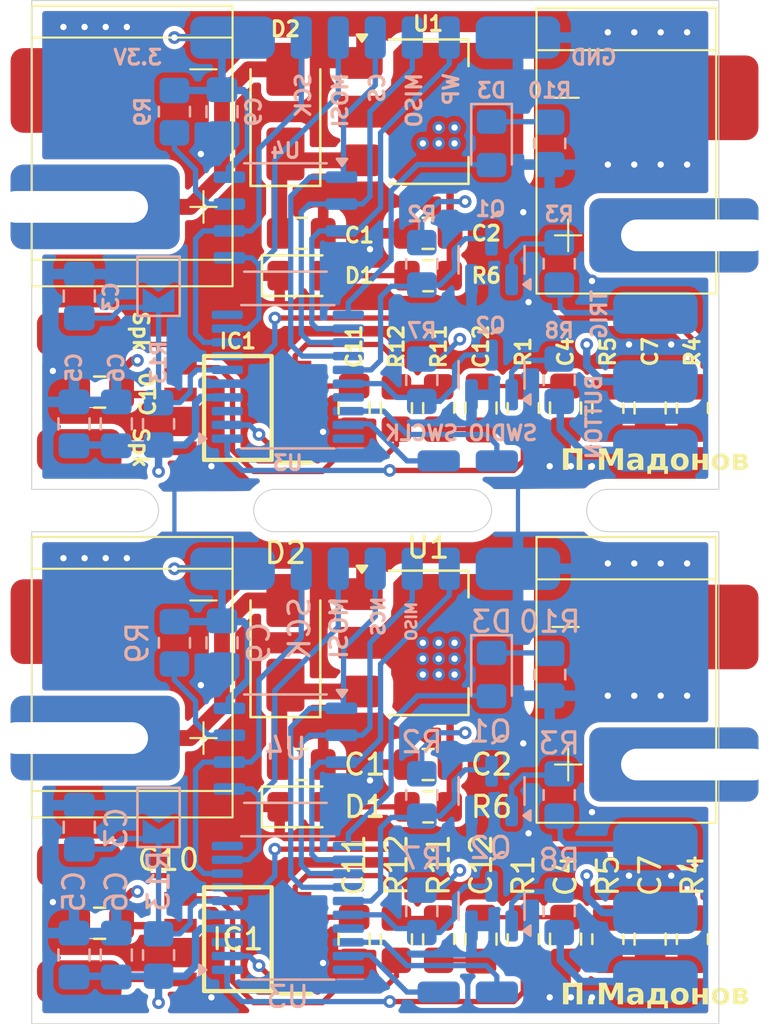
<source format=kicad_pcb>
(kicad_pcb (version 20241229) (generator "pcbnew") (generator_version "9.0")
  (layers (0 "F.Cu" signal) (4 "In1.Cu" signal) (6 "In2.Cu" signal) (2 "B.Cu" signal) (13 "F.Paste" user) (15 "B.Paste" user) (5 "F.SilkS" user "F.Silkscreen") (7 "B.SilkS" user "B.Silkscreen") (1 "F.Mask" user) (3 "B.Mask" user) (25 "Edge.Cuts" user))
  (net 0 "")
  (net 1 "VCC")
  (net 2 "GNDD")
  (net 3 "+3.3V")
  (net 4 "NSD")
  (net 5 "Net-(C7-Pad1)")
  (net 6 "PWM1")
  (net 7 "PWM2")
  (net 11 "SPI_MISO")
  (net 12 "SPI_MOSI")
  (net 13 "SWCLK")
  (net 14 "SWDIO")
  (net 15 "Trigger_Signal")
  (net 16 "Net-(Q1-B)")
  (net 17 "SPI_SCK")
  (net 18 "Button")
  (net 19 "Net-(Q2-B)")
  (net 20 "Net-(J6-Pin_1)")
  (net 21 "Net-(D1-A)")
  (net 22 "Net-(J5-Pin_1)")
  (net 23 "Net-(D2-K)")
  (net 24 "Net-(U4-HOLD)")
  (net 25 "NCS")
  (net 26 "NWP")
  (net 27 "NRST")
  (net 28 "Net-(D3-K)")
  (net 29 "Net-(D3-A)")
  (net 30 "Net-(C12-Pad1)")
  (net 31 "Net-(IC1-+IN)")
  (net 32 "Net-(C12-Pad2)")
  (net 33 "Net-(IC1--IN)")
  (net 34 "Net-(IC1-VO2)")
  (net 35 "Net-(IC1-VO1)")
  (footprint "Capacitor_SMD:C_0805_2012Metric_Pad1.18x1.45mm_HandSolder" (layer "F.Cu") (at 120.75 81.405 90)
    (property "Reference" "C11")
    (property "Value" "1u" (hide yes))
  )
  (footprint "Capacitor_SMD:C_0805_2012Metric_Pad1.18x1.45mm_HandSolder" (layer "F.Cu") (at 124.25 73.155 180)
    (property "Reference" "C2")
    (property "Value" "10u" (hide yes))
  )
  (footprint "Capacitor_SMD:C_0805_2012Metric_Pad1.18x1.45mm_HandSolder" (layer "F.Cu") (at 126.75 81.405 -90)
    (property "Reference" "C12")
    (property "Value" "390n" (hide yes))
  )
  (footprint "Resistor_SMD:R_0805_2012Metric_Pad1.20x1.40mm_HandSolder" (layer "F.Cu") (at 124.75 106.5 90)
    (property "Reference" "R11")
    (property "Value" "20k" (hide yes))
  )
  (footprint "LED_SMD:LED_0805_2012Metric_Pad1.15x1.40mm_HandSolder" (layer "F.Cu") (at 118.25 100.25)
    (property "Reference" "D1")
    (property "Value" "LED" (hide yes))
  )
  (footprint "LED_SMD:LED_0805_2012Metric_Pad1.15x1.40mm_HandSolder" (layer "F.Cu") (at 118.25 75.155)
    (property "Reference" "D1")
    (property "Value" "LED" (hide yes))
  )
  (footprint "Connector_Wire:SolderWirePad_1x01_SMD_2x4mm" (layer "F.Cu") (at 107.75 77.905 90)
    (property "Reference" "J10" (hide yes))
    (property "Value" "Conn_01x01_Socket" (hide yes))
  )
  (footprint "Capacitor_SMD:C_0805_2012Metric_Pad1.18x1.45mm_HandSolder" (layer "F.Cu") (at 108.7125 80.655)
    (property "Reference" "C10")
    (property "Value" "1u" (hide yes))
  )
  (footprint "SOIC127P600X175-8N:SOIC127P600X175-8N" (layer "F.Cu") (at 115.25 81.405 180)
    (property "Reference" "IC1")
    (property "Value" "LM4889MA_NOPB" (hide yes))
  )
  (footprint "T_DEANS:T_DEANS_MALE_1" (layer "F.Cu") (at 107.5 92 180)
    (property "Reference" "J2" (hide yes))
    (property "Value" "Conn_01x02_Pin" (hide yes))
  )
  (footprint "T_DEANS:T_DEANS_FEMALE_2" (layer "F.Cu") (at 123.375 95)
    (property "Reference" "J3" (hide yes))
    (property "Value" "Conn_01x02_Socket" (hide yes))
  )
  (footprint "Capacitor_SMD:C_0805_2012Metric_Pad1.18x1.45mm_HandSolder" (layer "F.Cu") (at 108.7125 105.75)
    (property "Reference" "C10")
    (property "Value" "1u" (hide yes))
  )
  (footprint "Capacitor_SMD:C_0805_2012Metric_Pad1.18x1.45mm_HandSolder" (layer "F.Cu") (at 124.25 98.25 180)
    (property "Reference" "C2")
    (property "Value" "10u" (hide yes))
  )
  (footprint "Capacitor_SMD:C_0805_2012Metric_Pad1.18x1.45mm_HandSolder" (layer "F.Cu") (at 134.75 81.405 90)
    (property "Reference" "C7")
    (property "Value" "10n" (hide yes))
  )
  (footprint "Connector_Wire:SolderWirePad_1x01_SMD_2x4mm" (layer "F.Cu") (at 107.75 103 90)
    (property "Reference" "J10" (hide yes))
    (property "Value" "Conn_01x01_Socket" (hide yes))
  )
  (footprint "SOIC127P600X175-8N:SOIC127P600X175-8N" (layer "F.Cu") (at 115.25 106.5 180)
    (property "Reference" "IC1")
    (property "Value" "LM4889MA_NOPB" (hide yes))
  )
  (footprint "Resistor_SMD:R_0805_2012Metric_Pad1.20x1.40mm_HandSolder" (layer "F.Cu") (at 132.75 106.5 90)
    (property "Reference" "R5")
    (property "Value" "220k" (hide yes))
  )
  (footprint "Resistor_SMD:R_0805_2012Metric_Pad1.20x1.40mm_HandSolder" (layer "F.Cu") (at 128.75 106.5 90)
    (property "Reference" "R1")
    (property "Value" "1k" (hide yes))
  )
  (footprint "T_DEANS:T_DEANS_FEMALE_2" (layer "F.Cu") (at 123.375 70)
    (property "Reference" "J3" (hide yes))
    (property "Value" "Conn_01x02_Socket" (hide yes))
  )
  (footprint "Capacitor_SMD:C_0805_2012Metric_Pad1.18x1.45mm_HandSolder" (layer "F.Cu") (at 130.75 81.405 -90)
    (property "Reference" "C4")
    (property "Value" "10n" (hide yes))
  )
  (footprint "Resistor_SMD:R_0805_2012Metric_Pad1.20x1.40mm_HandSolder" (layer "F.Cu") (at 122.75 106.5 -90)
    (property "Reference" "R12")
    (property "Value" "20k" (hide yes))
  )
  (footprint "Resistor_SMD:R_0805_2012Metric_Pad1.20x1.40mm_HandSolder" (layer "F.Cu") (at 136.75 106.5 -90)
    (property "Reference" "R4")
    (property "Value" "1k" (hide yes))
  )
  (footprint "Package_TO_SOT_SMD:SOT-223-3_TabPin2" (layer "F.Cu") (at 124.25 92.5)
    (property "Reference" "U1")
    (property "Value" "LD1117S33TR_SOT223" (hide yes))
  )
  (footprint "Resistor_SMD:R_0805_2012Metric_Pad1.20x1.40mm_HandSolder" (layer "F.Cu") (at 128.75 81.405 90)
    (property "Reference" "R1")
    (property "Value" "1k" (hide yes))
  )
  (footprint "Capacitor_SMD:C_0805_2012Metric_Pad1.18x1.45mm_HandSolder" (layer "F.Cu") (at 118.25 98.25)
    (property "Reference" "C1")
    (property "Value" "100n" (hide yes))
  )
  (footprint "T_DEANS:T_DEANS_MALE_1" (layer "F.Cu") (at 107.5 66.905 180)
    (property "Reference" "J2" (hide yes))
    (property "Value" "Conn_01x02_Pin" (hide yes))
  )
  (footprint "Capacitor_SMD:C_0805_2012Metric_Pad1.18x1.45mm_HandSolder" (layer "F.Cu") (at 126.75 106.5 -90)
    (property "Reference" "C12")
    (property "Value" "390n" (hide yes))
  )
  (footprint "Diode_SMD:D_SMA" (layer "F.Cu") (at 117.5 67.405 90)
    (property "Reference" "D2")
    (property "Value" "D" (hide yes))
  )
  (footprint "Connector_Wire:SolderWirePad_1x01_SMD_2x4mm" (layer "F.Cu") (at 107.75 108.5 90)
    (property "Reference" "J4" (hide yes))
    (property "Value" "Conn_01x01_Socket" (hide yes))
  )
  (footprint "Resistor_SMD:R_0805_2012Metric_Pad1.20x1.40mm_HandSolder" (layer "F.Cu") (at 124.75 81.405 90)
    (property "Reference" "R11")
    (property "Value" "20k" (hide yes))
  )
  (footprint "Capacitor_SMD:C_0805_2012Metric_Pad1.18x1.45mm_HandSolder" (layer "F.Cu") (at 118.25 73.155)
    (property "Reference" "C1")
    (property "Value" "100n" (hide yes))
  )
  (footprint "Capacitor_SMD:C_0805_2012Metric_Pad1.18x1.45mm_HandSolder" (layer "F.Cu") (at 120.75 106.5 90)
    (property "Reference" "C11")
    (property "Value" "1u" (hide yes))
  )
  (footprint "Diode_SMD:D_SMA" (layer "F.Cu") (at 117.5 92.5 90)
    (property "Reference" "D2")
    (property "Value" "D" (hide yes))
  )
  (footprint "Resistor_SMD:R_0805_2012Metric_Pad1.20x1.40mm_HandSolder" (layer "F.Cu") (at 136.75 81.405 -90)
    (property "Reference" "R4")
    (property "Value" "1k" (hide yes))
  )
  (footprint "Connector_Wire:SolderWirePad_1x01_SMD_2x4mm" (layer "F.Cu") (at 107.75 83.405 90)
    (property "Reference" "J4" (hide yes))
    (property "Value" "Conn_01x01_Socket" (hide yes))
  )
  (footprint "Resistor_SMD:R_0805_2012Metric_Pad1.20x1.40mm_HandSolder" (layer "F.Cu") (at 122.75 81.405 -90)
    (property "Reference" "R12")
    (property "Value" "20k" (hide yes))
  )
  (footprint "Resistor_SMD:R_0805_2012Metric_Pad1.20x1.40mm_HandSolder" (layer "F.Cu") (at 132.75 81.405 90)
    (property "Reference" "R5")
    (property "Value" "220k" (hide yes))
  )
  (footprint "Resistor_SMD:R_0805_2012Metric_Pad1.20x1.40mm_HandSolder" (layer "F.Cu") (at 124.25 100.25)
    (property "Reference" "R6")
    (property "Value" "1k" (hide yes))
  )
  (footprint "Capacitor_SMD:C_0805_2012Metric_Pad1.18x1.45mm_HandSolder" (layer "F.Cu") (at 134.75 106.5 90)
    (property "Reference" "C7")
    (property "Value" "10n" (hide yes))
  )
  (footprint "Capacitor_SMD:C_0805_2012Metric_Pad1.18x1.45mm_HandSolder" (layer "F.Cu") (at 130.75 106.5 -90)
    (property "Reference" "C4")
    (property "Value" "10n" (hide yes))
  )
  (footprint "Resistor_SMD:R_0805_2012Metric_Pad1.20x1.40mm_HandSolder" (layer "F.Cu") (at 124.25 75.155)
    (property "Reference" "R6")
    (property "Value" "1k" (hide yes))
  )
  (footprint "Package_TO_SOT_SMD:SOT-223-3_TabPin2" (layer "F.Cu") (at 124.25 67.405)
    (property "Reference" "U1")
    (property "Value" "LD1117S33TR_SOT223" (hide yes))
  )
  (footprint "Resistor_SMD:R_0805_2012Metric_Pad1.20x1.40mm_HandSolder" (layer "B.Cu") (at 123.95 105.1875 90)
    (property "Reference" "R7")
    (property "Value" "100k" (hide yes))
  )
  (footprint "Capacitor_SMD:C_0805_2012Metric_Pad1.18x1.45mm_HandSolder" (layer "B.Cu") (at 109.5 82.155 90)
    (property "Reference" "C6")
    (property "Value" "1u" (hide yes))
  )
  (footprint "Capacitor_SMD:C_0805_2012Metric_Pad1.18x1.45mm_HandSolder" (layer "B.Cu") (at 114.5 92.5 90)
    (property "Reference" "C9")
    (property "Value" "100n" (hide yes))
  )
  (footprint "Connector_Wire:SolderWirePad_1x01_SMD_1x2mm" (layer "B.Cu") (at 121.75 89 180)
    (property "Reference" "J11" (hide yes))
    (property "Value" "Conn_01x01_Socket" (hide yes))
  )
  (footprint "Package_SO:TSSOP-20_4.4x6.5mm_P0.65mm" (layer "B.Cu") (at 117.6125 105.025)
    (property "Reference" "U3")
    (property "Value" "STM32C011F4Px" (hide yes))
  )
  (footprint "Connector_Wire:SolderWirePad_1x01_SMD_1x2mm" (layer "B.Cu") (at 125.25 63.905 180)
    (property "Reference" "J15" (hide yes))
    (property "Value" "Conn_01x01_Socket" (hide yes))
  )
  (footprint "Capacitor_SMD:C_0805_2012Metric_Pad1.18x1.45mm_HandSolder" (layer "B.Cu") (at 107.75 76.1175 -90)
    (property "Reference" "C3")
    (property "Value" "100n" (hide yes))
  )
  (footprint "Connector_Wire:SolderWirePad_1x01_SMD_2x4mm" (layer "B.Cu") (at 128.5 63.905 -90)
    (property "Reference" "J18" (hide yes))
    (property "Value" "Conn_01x01_Socket" (hide yes))
  )
  (footprint "Resistor_SMD:R_0805_2012Metric_Pad1.20x1.40mm_HandSolder" (layer "B.Cu") (at 123.95 99.6875 90)
    (property "Reference" "R2")
    (property "Value" "100k" (hide yes))
  )
  (footprint "Resistor_SMD:R_0805_2012Metric_Pad1.20x1.40mm_HandSolder" (layer "B.Cu") (at 112.25 92.5 -90)
    (property "Reference" "R9")
    (property "Value" "10k" (hide yes))
  )
  (footprint "Resistor_SMD:R_0805_2012Metric_Pad1.20x1.40mm_HandSolder" (layer "B.Cu") (at 130.45 99.6875 -90)
    (property "Reference" "R3")
    (property "Value" "100k" (hide yes))
  )
  (footprint "Resistor_SMD:R_0805_2012Metric_Pad1.20x1.40mm_HandSolder" (layer "B.Cu") (at 130 68.905 90)
    (property "Reference" "R10")
    (property "Value" "1k" (hide yes))
  )
  (footprint "Connector_Wire:SolderWirePad_1x01_SMD_1x2mm" (layer "B.Cu") (at 127.5 109 -90)
    (property "Reference" "J16" (hide yes))
    (property "Value" "Conn_01x01_Socket" (hide yes))
  )
  (footprint "Jumper:SolderJumper-2_P1.3mm_Open_TrianglePad1.0x1.5mm" (layer "B.Cu") (at 111.5 75.655 -90)
    (property "Reference" "JP1" (hide yes))
    (property "Value" "SolderJumper_2_Open" (hide yes))
  )
  (footprint "LED_SMD:LED_0805_2012Metric_Pad1.15x1.40mm_HandSolder" (layer "B.Cu") (at 127.25 68.905 -90)
    (property "Reference" "D3")
    (property "Value" "LED" (hide yes))
  )
  (footprint "Connector_Wire:SolderWirePad_1x01_SMD_2x4mm" (layer "B.Cu") (at 135 80.155 90)
    (property "Reference" "J7" (hide yes))
    (property "Value" "Conn_01x01_Socket" (hide yes))
  )
  (footprint "Connector_Wire:SolderWirePad_1x01_SMD_2x4mm" (layer "B.Cu") (at 135 83.405 90)
    (property "Reference" "J5" (hide yes))
    (property "Value" "Conn_01x01_Socket" (hide yes))
  )
  (footprint "Connector_Wire:SolderWirePad_1x01_SMD_1x2mm" (layer "B.Cu") (at 121.75 63.905 180)
    (property "Reference" "J11" (hide yes))
    (property "Value" "Conn_01x01_Socket" (hide yes))
  )
  (footprint "Resistor_SMD:R_0805_2012Metric_Pad1.20x1.40mm_HandSolder" (layer "B.Cu") (at 111.5 82.155 -90)
    (property "Reference" "R13")
    (property "Value" "10k" (hide yes))
  )
  (footprint "Connector_Wire:SolderWirePad_1x01_SMD_1x2mm" (layer "B.Cu") (at 124.75 109 -90)
    (property "Reference" "J17" (hide yes))
    (property "Value" "Conn_01x01_Socket" (hide yes))
  )
  (footprint "Connector_Wire:SolderWirePad_1x01_SMD_1x2mm" (layer "B.Cu") (at 118.25 89 180)
    (property "Reference" "J12" (hide yes))
    (property "Value" "Conn_01x01_Socket" (hide yes))
  )
  (footprint "Connector_Wire:SolderWirePad_1x01_SMD_1x2mm" (layer "B.Cu") (at 125.25 89 180)
    (property "Reference" "J15" (hide yes))
    (property "Value" "Conn_01x01_Socket" (hide yes))
  )
  (footprint "Connector_Wire:SolderWirePad_1x01_SMD_2x4mm" (layer "B.Cu") (at 128.5 89 -90)
    (property "Reference" "J18" (hide yes))
    (property "Value" "Conn_01x01_Socket" (hide yes))
  )
  (footprint "LED_SMD:LED_0805_2012Metric_Pad1.15x1.40mm_HandSolder" (layer "B.Cu") (at 127.25 94 -90)
    (property "Reference" "D3")
    (property "Value" "LED" (hide yes))
  )
  (footprint "Capacitor_SMD:C_0805_2012Metric_Pad1.18x1.45mm_HandSolder" (layer "B.Cu") (at 109.5 107.25 90)
    (property "Reference" "C6")
    (property "Value" "1u" (hide yes))
  )
  (footprint "Connector_Wire:SolderWirePad_1x01_SMD_2x4mm" (layer "B.Cu") (at 135 105.25 90)
    (property "Reference" "J7" (hide yes))
    (property "Value" "Conn_01x01_Socket" (hide yes))
  )
  (footprint "Package_TO_SOT_SMD:SOT-23" (layer "B.Cu") (at 127.25 79.8425 90)
    (property "Reference" "Q2")
    (property "Value" "MMBT2222A" (hide yes))
  )
  (footprint "Connector_Wire:SolderWirePad_1x01_SMD_1x2mm" (layer "B.Cu") (at 123.5 63.905 180)
    (property "Reference" "J14" (hide yes))
    (property "Value" "Conn_01x01_Socket" (hide yes))
  )
  (footprint "Resistor_SMD:R_0805_2012Metric_Pad1.20x1.40mm_HandSolder" (layer "B.Cu") (at 130.45 80.0925 -90)
    (property "Reference" "R8")
    (property "Value" "100k" (hide yes))
  )
  (footprint "Capacitor_SMD:C_0805_2012Metric_Pad1.18x1.45mm_HandSolder" (layer "B.Cu") (at 114.5 67.405 90)
    (property "Reference" "C9")
    (property "Value" "100n" (hide yes))
  )
  (footprint "Resistor_SMD:R_0805_2012Metric_Pad1.20x1.40mm_HandSolder" (layer "B.Cu") (at 130 94 90)
    (property "Reference" "R10")
    (property "Value" "1k" (hide yes))
  )
  (footprint "Resistor_SMD:R_0805_2012Metric_Pad1.20x1.40mm_HandSolder" (layer "B.Cu") (at 130.45 105.1875 -90)
    (property "Reference" "R8")
    (property "Value" "100k" (hide yes))
  )
  (footprint "Connector_Wire:SolderWirePad_1x01_SMD_1x2mm" (layer "B.Cu") (at 124.75 83.905 -90)
    (property "Reference" "J17" (hide yes))
    (property "Value" "Conn_01x01_Socket" (hide yes))
  )
  (footprint "Resistor_SMD:R_0805_2012Metric_Pad1.20x1.40mm_HandSolder" (layer "B.Cu") (at 123.95 80.0925 90)
    (property "Reference" "R7")
    (property "Value" "100k" (hide yes))
  )
  (footprint "Resistor_SMD:R_0805_2012Metric_Pad1.20x1.40mm_HandSolder" (layer "B.Cu") (at 112.25 67.405 -90)
    (property "Reference" "R9")
    (property "Value" "10k" (hide yes))
  )
  (footprint "Connector_Wire:SolderWirePad_1x01_SMD_1x2mm" (layer "B.Cu") (at 120 63.905 180)
    (property "Reference" "J13" (hide yes))
    (property "Value" "Conn_01x01_Socket" (hide yes))
  )
  (footprint "Resistor_SMD:R_0805_2012Metric_Pad1.20x1.40mm_HandSolder" (layer "B.Cu") (at 111.5 107.25 -90)
    (property "Reference" "R13")
    (property "Value" "10k" (hide yes))
  )
  (footprint "Connector_Wire:SolderWirePad_1x01_SMD_1x2mm" (layer "B.Cu") (at 127.5 83.905 -90)
    (property "Reference" "J16" (hide yes))
    (property "Value" "Conn_01x01_Socket" (hide yes))
  )
  (footprint "Capacitor_SMD:C_0805_2012Metric_Pad1.18x1.45mm_HandSolder" (layer "B.Cu") (at 107.75 101.2125 -90)
    (property "Reference" "C3")
    (property "Value" "100n" (hide yes))
  )
  (footprint "Connector_Wire:SolderWirePad_1x01_SMD_1x2mm" (layer "B.Cu") (at 118.25 63.905 180)
    (property "Reference" "J12" (hide yes))
    (property "Value" "Conn_01x01_Socket" (hide yes))
  )
  (footprint "Package_TO_SOT_SMD:SOT-23" (layer "B.Cu") (at 127.25 104.9375 90)
    (property "Reference" "Q2")
    (property "Value" "MMBT2222A" (hide yes))
  )
  (footprint "Resistor_SMD:R_0805_2012Metric_Pad1.20x1.40mm_HandSolder" (layer "B.Cu") (at 123.95 74.5925 90)
    (property "Reference" "R2")
    (property "Value" "100k" (hide yes))
  )
  (footprint "Package_SO:JEITA_SOIC-8_3.9x4.9mm_P1.27mm" (layer "B.Cu") (at 117.5 97.5 180)
    (property "Reference" "U4")
    (property "Value" "GD25D05CT" (hide yes))
  )
  (footprint "Package_TO_SOT_SMD:SOT-23" (layer "B.Cu") (at 127.25 99.5 90)
    (property "Reference" "Q1")
    (property "Value" "MMBT2222A" (hide yes))
  )
  (footprint "Package_SO:JEITA_SOIC-8_3.9x4.9mm_P1.27mm" (layer "B.Cu") (at 117.5 72.405 180)
    (property "Reference" "U4")
    (property "Value" "GD25D05CT" (hide yes))
  )
  (footprint "Connector_Wire:SolderWirePad_1x01_SMD_1x2mm" (layer "B.Cu") (at 120 89 180)
    (property "Reference" "J13" (hide yes))
    (property "Value" "Conn_01x01_Socket" (hide yes))
  )
  (footprint "Connector_Wire:SolderWirePad_1x01_SMD_2x4mm" (layer "B.Cu") (at 115 89 -90)
    (property "Reference" "J1" (hide yes))
    (property "Value" "Conn_01x01_Socket" (hide yes))
  )
  (footprint "Connector_Wire:SolderWirePad_1x01_SMD_2x4mm" (layer "B.Cu") (at 135 102 -90)
    (property "Reference" "J6" (hide yes))
    (property "Value" "Conn_01x01_Socket" (hide yes))
  )
  (footprint "Connector_Wire:SolderWirePad_1x01_SMD_2x4mm" (layer "B.Cu") (at 135 76.905 -90)
    (property "Reference" "J6" (hide yes))
    (property "Value" "Conn_01x01_Socket" (hide yes))
  )
  (footprint "Capacitor_SMD:C_0805_2012Metric_Pad1.18x1.45mm_HandSolder" (layer "B.Cu") (at 107.499999 107.25 -90)
    (property "Reference" "C5")
    (property "Value" "100n" (hide yes))
  )
  (footprint "Package_SO:TSSOP-20_4.4x6.5mm_P0.65mm" (layer "B.Cu") (at 117.6125 79.93)
    (property "Reference" "U3")
    (property "Value" "STM32C011F4Px" (hide yes))
  )
  (footprint "Jumper:SolderJumper-2_P1.3mm_Open_TrianglePad1.0x1.5mm" (layer "B.Cu") (at 111.5 100.75 -90)
    (property "Reference" "JP1" (hide yes))
    (property "Value" "SolderJumper_2_Open" (hide yes))
  )
  (footprint "Capacitor_SMD:C_0805_2012Metric_Pad1.18x1.45mm_HandSolder" (layer "B.Cu") (at 107.499999 82.155 -90)
    (property "Reference" "C5")
    (property "Value" "100n" (hide yes))
  )
  (footprint "Resistor_SMD:R_0805_2012Metric_Pad1.20x1.40mm_HandSolder" (layer "B.Cu") (at 130.45 74.5925 -90)
    (property "Reference" "R3")
    (property "Value" "100k" (hide yes))
  )
  (footprint "Connector_Wire:SolderWirePad_1x01_SMD_2x4mm" (layer "B.Cu") (at 135 108.5 90)
    (property "Reference" "J5" (hide yes))
    (property "Value" "Conn_01x01_Socket" (hide yes))
  )
  (footprint "Connector_Wire:SolderWirePad_1x01_SMD_2x4mm" (layer "B.Cu") (at 115 63.905 -90)
    (property "Reference" "J1" (hide yes))
    (property "Value" "Conn_01x01_Socket" (hide yes))
  )
  (footprint "Connector_Wire:SolderWirePad_1x01_SMD_1x2mm" (layer "B.Cu") (at 123.5 89 180)
    (property "Reference" "J14" (hide yes))
    (property "Value" "Conn_01x01_Socket" (hide yes))
  )
  (footprint "Package_TO_SOT_SMD:SOT-23" (layer "B.Cu") (at 127.25 74.405 90)
    (property "Reference" "Q1")
    (property "Value" "MMBT2222A" (hide yes))
  )
  (gr_line (start 138 85.25) (end 138 62.155) (stroke (width 0.05)) (layer "Edge.Cuts"))
  (gr_arc (start 131.75 86.25) (mid 132.042893 85.542893) (end 132.75 85.25) (stroke (width 0.05)) (layer "Edge.Cuts"))
  (gr_line (start 126.25 87.25) (end 117 87.25) (stroke (width 0.05)) (layer "Edge.Cuts"))
  (gr_line (start 138 62.155) (end 105.5 62.155) (stroke (width 0.05)) (layer "Edge.Cuts"))
  (gr_line (start 105.5 62.155) (end 105.5 85.250003) (stroke (width 0.05)) (layer "Edge.Cuts"))
  (gr_arc (start 117 87.25) (mid 116.292893 86.957107) (end 116 86.25) (stroke (width 0.05)) (layer "Edge.Cuts"))
  (gr_line (start 105.5 110.5) (end 138 110.5) (stroke (width 0.05)) (layer "Edge.Cuts"))
  (gr_line (start 105.5 87.25) (end 105.5 110.5) (stroke (width 0.05)) (layer "Edge.Cuts"))
  (gr_line (start 138 87.25) (end 132.75 87.25) (stroke (width 0.05)) (layer "Edge.Cuts"))
  (gr_line (start 110.5 87.25) (end 105.5 87.25) (stroke (width 0.05)) (layer "Edge.Cuts"))
  (gr_arc (start 116 86.25) (mid 116.292893 85.542893) (end 117 85.25) (stroke (width 0.05)) (layer "Edge.Cuts"))
  (gr_arc (start 111.499996 86.250001) (mid 111.207104 86.957104) (end 110.500001 87.249996) (stroke (width 0.05)) (layer "Edge.Cuts"))
  (gr_line (start 132.75 85.25) (end 138 85.25) (stroke (width 0.05)) (layer "Edge.Cuts"))
  (gr_arc (start 127.249997 86.250001) (mid 126.957105 86.957105) (end 126.25 87.249997) (stroke (width 0.05)) (layer "Edge.Cuts"))
  (gr_arc (start 110.500001 85.250003) (mid 111.207106 85.542896) (end 111.499999 86.250001) (stroke (width 0.05)) (layer "Edge.Cuts"))
  (gr_line (start 117 85.25) (end 126.25 85.25) (stroke (width 0.05)) (layer "Edge.Cuts"))
  (gr_line (start 110.5 85.250003) (end 105.5 85.250003) (stroke (width 0.05)) (layer "Edge.Cuts"))
  (gr_arc (start 126.25 85.250002) (mid 126.957106 85.542894) (end 127.25 86.25) (stroke (width 0.05)) (layer "Edge.Cuts"))
  (gr_line (start 138 110.5) (end 138 87.25) (stroke (width 0.05)) (layer "Edge.Cuts"))
  (gr_arc (start 132.75 87.25) (mid 132.042893 86.957107) (end 131.75 86.25) (stroke (width 0.05)) (layer "Edge.Cuts"))
  (gr_text "Spk" (at 110.25 82.25 270) (layer "F.SilkS") (effects (font (size 0.7 0.7) (thickness 0.15) (bold yes)) (justify left bottom)))
  (gr_text "П.Мадонов" (at 130.5 109.75 0) (layer "F.SilkS") (effects (font (size 1 1) (thickness 0.125) (bold yes)) (justify left bottom)))
  (gr_text "П.Мадонов" (at 130.5 84.5 0) (layer "F.SilkS") (effects (font (size 1 1) (thickness 0.125) (bold yes)) (justify left bottom)))
  (gr_text "Spk" (at 110.25 76.75 270) (layer "F.SilkS") (effects (font (size 0.7 0.7) (thickness 0.15) (bold yes)) (justify left bottom)))
  (gr_text "CS" (at 122.25 65.5 90) (layer "B.SilkS") (effects (font (size 0.7 0.7) (thickness 0.15) (bold yes)) (justify left bottom mirror)))
  (gr_text "MISO" (at 123.75 90.5 90) (layer "B.SilkS") (effects (font (size 0.5 0.5) (thickness 0.125) (bold yes)) (justify left bottom mirror)))
  (gr_text "SWDIO" (at 129.5 83 0) (layer "B.SilkS") (effects (font (size 0.7 0.7) (thickness 0.15) (bold yes)) (justify left bottom mirror)))
  (gr_text "SWCLK" (at 125.75 83 0) (layer "B.SilkS") (effects (font (size 0.7 0.7) (thickness 0.15) (bold yes)) (justify left bottom mirror)))
  (gr_text "TRIG" (at 132.75 75.75 90) (layer "B.SilkS") (effects (font (size 0.7 0.7) (thickness 0.15) (bold yes)) (justify left bottom mirror)))
  (gr_text "NCS" (at 122.25 90.25 90) (layer "B.SilkS") (effects (font (size 0.6 0.6) (thickness 0.15) (bold yes)) (justify left bottom mirror)))
  (gr_text "SCK" (at 118.75 90.25 90) (layer "B.SilkS") (effects (font (size 1 1)) (justify left bottom mirror)))
  (gr_text "BUTTON" (at 132.5 79.75 90) (layer "B.SilkS") (effects (font (size 0.7 0.7) (thickness 0.15) (bold yes)) (justify left bottom mirror)))
  (gr_text "SCK" (at 118.75 65.5 90) (layer "B.SilkS") (effects (font (size 0.7 0.7) (thickness 0.15) (bold yes)) (justify left bottom mirror)))
  (gr_text "3.3V" (at 111.75 65.25 0) (layer "B.SilkS") (effects (font (size 0.7 0.7) (thickness 0.15) (bold yes)) (justify left bottom mirror)))
  (gr_text "WP" (at 125.75 65.5 90) (layer "B.SilkS") (effects (font (size 0.7 0.7) (thickness 0.15) (bold yes)) (justify left bottom mirror)))
  (gr_text "MISO" (at 124 65.5 90) (layer "B.SilkS") (effects (font (size 0.7 0.7) (thickness 0.15) (bold yes)) (justify left bottom mirror)))
  (gr_text "GND" (at 133.25 65.25 0) (layer "B.SilkS") (effects (font (size 0.7 0.7) (thickness 0.15) (bold yes)) (justify left bottom mirror)))
  (gr_text "MOSI" (at 120.5 65.5 90) (layer "B.SilkS") (effects (font (size 0.7 0.7) (thickness 0.15) (bold yes)) (justify left bottom mirror)))
  (gr_text "MOSI" (at 120.5 90.25 90) (layer "B.SilkS") (effects (font (size 0.8 0.8) (thickness 0.15) (bold yes)) (justify left bottom mirror)))
  (segment (start 107.5 71.905) (end 113 71.905) (width 0.75) (layer "F.Cu") (net 1))
  (segment (start 115.75 90.5) (end 117.5 90.5) (width 0.75) (layer "F.Cu") (net 1))
  (segment (start 115.75 65.405) (end 117.5 65.405) (width 0.75) (layer "F.Cu") (net 1))
  (segment (start 114.5 95.5) (end 114.5 91.75) (width 0.75) (layer "F.Cu") (net 1))
  (segment (start 113 71.905) (end 114.5 70.405) (width 0.75) (layer "F.Cu") (net 1))
  (segment (start 113 97) (end 114.5 95.5) (width 0.75) (layer "F.Cu") (net 1))
  (segment (start 114.5 66.655) (end 115.75 65.405) (width 0.75) (layer "F.Cu") (net 1))
  (segment (start 114.5 91.75) (end 115.75 90.5) (width 0.75) (layer "F.Cu") (net 1))
  (segment (start 107.5 97) (end 113 97) (width 0.75) (layer "F.Cu") (net 1))
  (segment (start 114.5 70.405) (end 114.5 66.655) (width 0.75) (layer "F.Cu") (net 1))
  (via (at 113.5 69.405) (size 0.6) (drill 0.3) (layers "F.Cu" "B.Cu") (net 2))
  (via (at 108 88.5) (size 0.6) (drill 0.3) (layers "F.Cu" "B.Cu") (net 2))
  (via (at 136.5 69.905) (size 0.6) (drill 0.3) (layers "F.Cu" "B.Cu") (net 2))
  (via (at 132 109.25) (size 0.6) (drill 0.3) (layers "F.Cu" "B.Cu") (net 2))
  (via (at 114 109.25) (size 0.6) (drill 0.3) (layers "F.Cu" "B.Cu") (net 2))
  (via (at 134 63.655) (size 0.6) (drill 0.3) (layers "F.Cu" "B.Cu") (net 2))
  (via (at 135.25 95) (size 0.6) (drill 0.3) (layers "F.Cu" "B.Cu") (net 2))
  (via (at 134 88.75) (size 0.6) (drill 0.3) (layers "F.Cu" "B.Cu") (net 2))
  (via (at 128.75 72.155) (size 0.6) (drill 0.3) (layers "F.Cu" "B.Cu") (net 2))
  (via (at 113.5 94.5) (size 0.6) (drill 0.3) (layers "F.Cu" "B.Cu") (net 2))
  (via (at 132.75 88.75) (size 0.6) (drill 0.3) (layers "F.Cu" "B.Cu") (net 2))
  (via (at 121.5 73.905) (size 0.6) (drill 0.3) (layers "F.Cu" "B.Cu") (net 2))
  (via (at 121.5 99) (size 0.6) (drill 0.3) (layers "F.Cu" "B.Cu") (net 2))
  (via (at 108 63.405) (size 0.6) (drill 0.3) (layers "F.Cu" "B.Cu") (net 2))
  (via (at 134 69.905) (size 0.6) (drill 0.3) (layers "F.Cu" "B.Cu") (net 2))
  (via (at 130 109.25) (size 0.6) (drill 0.3) (layers "F.Cu" "B.Cu") (net 2))
  (via (at 132.75 69.905) (size 0.6) (drill 0.3) (layers "F.Cu" "B.Cu") (net 2))
  (via (at 109 63.405) (size 0.6) (drill 0.3) (layers "F.Cu" "B.Cu") (net 2))
  (via (at 109 88.5) (size 0.6) (drill 0.3) (layers "F.Cu" "B.Cu") (net 2))
  (via (at 132.75 63.655) (size 0.6) (drill 0.3) (layers "F.Cu" "B.Cu") (net 2))
  (via (at 135.75 78.405) (size 0.6) (drill 0.3) (layers "F.Cu" "B.Cu") (net 2))
  (via (at 133.75 103.5) (size 0.6) (drill 0.3) (layers "F.Cu" "B.Cu") (net 2))
  (via (at 133.75 78.405) (size 0.6) (drill 0.3) (layers "F.Cu" "B.Cu") (net 2))
  (via (at 106.5 79.655) (size 0.6) (drill 0.3) (layers "F.Cu" "B.Cu") (net 2))
  (via (at 135.25 63.655) (size 0.6) (drill 0.3) (layers "F.Cu" "B.Cu") (net 2))
  (via (at 132 84.155) (size 0.6) (drill 0.3) (layers "F.Cu" "B.Cu") (net 2))
  (via (at 110 63.405) (size 0.6) (drill 0.3) (layers "F.Cu" "B.Cu") (net 2))
  (via (at 135.25 88.75) (size 0.6) (drill 0.3) (layers "F.Cu" "B.Cu") (net 2))
  (via (at 106.5 104.75) (size 0.6) (drill 0.3) (layers "F.Cu" "B.Cu") (net 2))
  (via (at 136.5 95) (size 0.6) (drill 0.3) (layers "F.Cu" "B.Cu") (net 2))
  (via (at 119.279009 107.625421) (size 0.6) (drill 0.3) (layers "F.Cu" "B.Cu") (net 2))
  (via (at 129 101.5) (size 0.6) (drill 0.3) (layers "F.Cu" "B.Cu") (net 2))
  (via (at 119.279009 82.530421) (size 0.6) (drill 0.3) (layers "F.Cu" "B.Cu") (net 2))
  (via (at 130 84.155) (size 0.6) (drill 0.3) (layers "F.Cu" "B.Cu") (net 2))
  (via (at 136.5 63.655) (size 0.6) (drill 0.3) (layers "F.Cu" "B.Cu") (net 2))
  (via (at 131 84.155) (size 0.6) (drill 0.3) (layers "F.Cu" "B.Cu") (net 2))
  (via (at 107 63.405) (size 0.6) (drill 0.3) (layers "F.Cu" "B.Cu") (net 2))
  (via (at 135.25 69.905) (size 0.6) (drill 0.3) (layers "F.Cu" "B.Cu") (net 2))
  (via (at 107 88.5) (size 0.6) (drill 0.3) (layers "F.Cu" "B.Cu") (net 2))
  (via (at 132 100.5) (size 0.6) (drill 0.3) (layers "F.Cu" "B.Cu") (net 2))
  (via (at 136.5 88.75) (size 0.6) (drill 0.3) (layers "F.Cu" "B.Cu") (net 2))
  (via (at 132 75.405) (size 0.6) (drill 0.3) (layers "F.Cu" "B.Cu") (net 2))
  (via (at 132.75 95) (size 0.6) (drill 0.3) (layers "F.Cu" "B.Cu") (net 2))
  (via (at 129 76.405) (size 0.6) (drill 0.3) (layers "F.Cu" "B.Cu") (net 2))
  (via (at 131 109.25) (size 0.6) (drill 0.3) (layers "F.Cu" "B.Cu") (net 2))
  (via (at 114 84.155) (size 0.6) (drill 0.3) (layers "F.Cu" "B.Cu") (net 2))
  (via (at 110 88.5) (size 0.6) (drill 0.3) (layers "F.Cu" "B.Cu") (net 2))
  (via (at 134 95) (size 0.6) (drill 0.3) (layers "F.Cu" "B.Cu") (net 2))
  (via (at 128.75 97.25) (size 0.6) (drill 0.3) (layers "F.Cu" "B.Cu") (net 2))
  (via (at 135.75 103.5) (size 0.6) (drill 0.3) (layers "F.Cu" "B.Cu") (net 2))
  (segment (start 112.25 87.75) (end 112.25 85.25) (width 0.2) (layer "B.Cu") (net 2))
  (segment (start 112.25 85.25) (end 112.75 84.75) (width 0.2) (layer "B.Cu") (net 2))
  (segment (start 128.5 85) (end 128.5 87.5) (width 0.2) (layer "B.Cu") (net 2))
  (segment (start 110.5 79.155) (end 110.25 79.155) (width 0.35) (layer "F.Cu") (net 3))
  (segment (start 112.539 80.77) (end 109.865 80.77) (width 0.35) (layer "F.Cu") (net 3))
  (segment (start 125.25 100.25) (end 125.25 98.25) (width 0.25) (layer "F.Cu") (net 3))
  (segment (start 109.865 105.865) (end 109.75 105.75) (width 0.25) (layer "F.Cu") (net 3))
  (segment (start 109.75 104.75) (end 109.75 105.5) (width 0.35) (layer "F.Cu") (net 3))
  (segment (start 109.75 79.655) (end 109.75 80.405) (width 0.35) (layer "F.Cu") (net 3))
  (segment (start 125.2875 98.25) (end 125.2875 95.4625) (width 0.35) (layer "F.Cu") (net 3))
  (segment (start 110.5 104.25) (end 110.25 104.25) (width 0.35) (layer "F.Cu") (net 3))
  (segment (start 112.539 105.865) (end 109.865 105.865) (width 0.35) (layer "F.Cu") (net 3))
  (segment (start 125.2875 95.4625) (end 125.5 95.25) (width 0.35) (layer "F.Cu") (net 3))
  (segment (start 110.25 79.155) (end 109.75 79.655) (width 0.35) (layer "F.Cu") (net 3))
  (segment (start 125.2875 70.3675) (end 125.5 70.155) (width 0.35) (layer "F.Cu") (net 3))
  (segment (start 110.25 104.25) (end 109.75 104.75) (width 0.35) (layer "F.Cu") (net 3))
  (segment (start 109.865 80.77) (end 109.75 80.655) (width 0.25) (layer "F.Cu") (net 3))
  (segment (start 125.25 75.155) (end 125.25 73.155) (width 0.25) (layer "F.Cu") (net 3))
  (segment (start 125.2875 73.155) (end 125.2875 70.3675) (width 0.35) (layer "F.Cu") (net 3))
  (via (at 124 93.25) (size 0.6) (drill 0.3) (layers "F.Cu" "B.Cu") (net 3))
  (via (at 124.75 93.25) (size 0.6) (drill 0.3) (layers "F.Cu" "B.Cu") (net 3))
  (via (at 125.5 68.155) (size 0.6) (drill 0.3) (layers "F.Cu" "B.Cu") (net 3))
  (via (at 110.5 104.25) (size 0.6) (drill 0.3) (layers "F.Cu" "B.Cu") (net 3))
  (via (at 124 92.5) (size 0.6) (drill 0.3) (layers "F.Cu" "B.Cu") (net 3))
  (via (at 112.25 63.905) (size 0.6) (drill 0.3) (layers "F.Cu" "B.Cu") (net 3))
  (via (at 125.75 103.25) (size 0.6) (drill 0.3) (layers "F.Cu" "B.Cu") (net 3))
  (via (at 111.5 109.5) (size 0.6) (drill 0.3) (layers "F.Cu" "B.Cu") (net 3))
  (via (at 126 96.75) (size 0.6) (drill 0.3) (layers "F.Cu" "B.Cu") (net 3))
  (via (at 125.5 94) (size 0.6) (drill 0.3) (layers "F.Cu" "B.Cu") (net 3))
  (via (at 125.5 93.25) (size 0.6) (drill 0.3) (layers "F.Cu" "B.Cu") (net 3))
  (via (at 124.75 92.5) (size 0.6) (drill 0.3) (layers "F.Cu" "B.Cu") (net 3))
  (via (at 124 68.905) (size 0.6) (drill 0.3) (layers "F.Cu" "B.Cu") (net 3))
  (via (at 126 71.655) (size 0.6) (drill 0.3) (layers "F.Cu" "B.Cu") (net 3))
  (via (at 125.75 78.155) (size 0.6) (drill 0.3) (layers "F.Cu" "B.Cu") (net 3))
  (via (at 131.75 78.405) (size 0.6) (drill 0.3) (layers "F.Cu" "B.Cu") (net 3))
  (via (at 124 94) (size 0.6) (drill 0.3) (layers "F.Cu" "B.Cu") (net 3))
  (via (at 124.75 68.905) (size 0.6) (drill 0.3) (layers "F.Cu" "B.Cu") (net 3))
  (via (at 125.5 68.905) (size 0.6) (drill 0.3) (layers "F.Cu" "B.Cu") (net 3))
  (via (at 111.5 84.405) (size 0.6) (drill 0.3) (layers "F.Cu" "B.Cu") (net 3))
  (via (at 125.5 92.5) (size 0.6) (drill 0.3) (layers "F.Cu" "B.Cu") (net 3))
  (via (at 112.25 89) (size 0.6) (drill 0.3) (layers "F.Cu" "B.Cu") (net 3))
  (via (at 124.75 68.155) (size 0.6) (drill 0.3) (layers "F.Cu" "B.Cu") (net 3))
  (via (at 131.75 103.5) (size 0.6) (drill 0.3) (layers "F.Cu" "B.Cu") (net 3))
  (via (at 110.5 79.155) (size 0.6) (drill 0.3) (layers "F.Cu" "B.Cu") (net 3))
  (via (at 124.75 94) (size 0.6) (drill 0.3) (layers "F.Cu" "B.Cu") (net 3))
  (segment (start 124.75 96.75) (end 126 96.75) (width 0.25) (layer "B.Cu") (net 3))
  (segment (start 107.725 108.475) (end 107.5 108.25) (width 0.2) (layer "B.Cu") (net 3))
  (segment (start 113.25 82.655) (end 112.75 83.155) (width 0.35) (layer "B.Cu") (net 3))
  (segment (start 115 89) (end 112.25 89) (width 0.35) (layer "B.Cu") (net 3))
  (segment (start 115.75 94.25) (end 115.75 91.75) (width 0.35) (layer "B.Cu") (net 3))
  (segment (start 112.75 108.25) (end 107.5 108.25) (width 0.35) (layer "B.Cu") (net 3))
  (segment (start 123.95 104.1875) (end 124.8125 104.1875) (width 0.25) (layer "B.Cu") (net 3))
  (segment (start 115 63.905) (end 112.25 63.905) (width 0.35) (layer "B.Cu") (net 3))
  (segment (start 115.75 66.655) (end 115.5 66.405) (width 0.35) (layer "B.Cu") (net 3))
  (segment (start 115.5 66.405) (end 112.25 66.405) (width 0.35) (layer "B.Cu") (net 3))
  (segment (start 113.25 107.75) (end 112.75 108.25) (width 0.35) (layer "B.Cu") (net 3))
  (segment (start 114.85 95.15) (end 115 95) (width 0.35) (layer "B.Cu") (net 3))
  (segment (start 131.75 79.405) (end 131.75 78.405) (width 0.35) (layer "B.Cu") (net 3))
  (segment (start 124.75 71.655) (end 126 71.655) (width 0.25) (layer "B.Cu") (net 3))
  (segment (start 114.75 80.905) (end 113.5 80.905) (width 0.35) (layer "B.Cu") (net 3))
  (segment (start 115 95) (end 115.75 94.25) (width 0.35) (layer "B.Cu") (net 3))
  (segment (start 111.5 109.5) (end 111.5 108.25) (width 0.35) (layer "B.Cu") (net 3))
  (segment (start 123.95 98.6875) (end 123.95 97.55) (width 0.25) (layer "B.Cu") (net 3))
  (segment (start 131.75 104.5) (end 131.75 103.5) (width 0.35) (layer "B.Cu") (net 3))
  (segment (start 123.95 79.0925) (end 124.8125 79.0925) (width 0.25) (layer "B.Cu") (net 3))
  (segment (start 114.75 106) (end 113.5 106) (width 0.35) (layer "B.Cu") (net 3))
  (segment (start 113.5 80.905) (end 113.25 81.155) (width 0.35) (layer "B.Cu") (net 3))
  (segment (start 123.95 73.5925) (end 123.95 72.455) (width 0.25) (layer "B.Cu") (net 3))
  (segment (start 111.5 84.405) (end 111.5 83.155) (width 0.35) (layer "B.Cu") (net 3))
  (segment (start 114.85 95.595001) (end 114.85 95.15) (width 0.35) (layer "B.Cu") (net 3))
  (segment (start 123.95 97.55) (end 124.75 96.75) (width 0.25) (layer "B.Cu") (net 3))
  (segment (start 112.75 83.155) (end 107.5 83.155) (width 0.35) (layer "B.Cu") (net 3))
  (segment (start 124.8125 104.1875) (end 125.75 103.25) (width 0.25) (layer "B.Cu") (net 3))
  (segment (start 113.25 81.155) (end 113.25 82.655) (width 0.35) (layer "B.Cu") (net 3))
  (segment (start 115.75 69.155) (end 115.75 66.655) (width 0.35) (layer "B.Cu") (net 3))
  (segment (start 135 105.25) (end 132.5 105.25) (width 0.35) (layer "B.Cu") (net 3))
  (segment (start 113.5 106) (end 113.25 106.25) (width 0.35) (layer "B.Cu") (net 3))
  (segment (start 115.5 91.5) (end 112.25 91.5) (width 0.35) (layer "B.Cu") (net 3))
  (segment (start 135 80.155) (end 132.5 80.155) (width 0.35) (layer "B.Cu") (net 3))
  (segment (start 114.85 70.055) (end 115 69.905) (width 0.35) (layer "B.Cu") (net 3))
  (segment (start 113.25 106.25) (end 113.25 107.75) (width 0.35) (layer "B.Cu") (net 3))
  (segment (start 124.8125 79.0925) (end 125.75 78.155) (width 0.25) (layer "B.Cu") (net 3))
  (segment (start 115.75 91.75) (end 115.5 91.5) (width 0.35) (layer "B.Cu") (net 3))
  (segment (start 115 69.905) (end 115.75 69.155) (width 0.35) (layer "B.Cu") (net 3))
  (segment (start 114.5 91.4625) (end 114.5 89.25) (width 0.35) (layer "B.Cu") (net 3))
  (segment (start 114.5 66.3675) (end 114.5 64.155) (width 0.35) (layer "B.Cu") (net 3))
  (segment (start 114.85 70.500001) (end 114.85 70.055) (width 0.35) (layer "B.Cu") (net 3))
  (segment (start 132.5 80.155) (end 131.75 79.405) (width 0.35) (layer "B.Cu") (net 3))
  (segment (start 132.5 105.25) (end 131.75 104.5) (width 0.35) (layer "B.Cu") (net 3))
  (segment (start 123.95 72.455) (end 124.75 71.655) (width 0.25) (layer "B.Cu") (net 3))
  (segment (start 107.725 83.38) (end 107.5 83.155) (width 0.2) (layer "B.Cu") (net 3))
  (segment (start 117.961 83.31) (end 116.905 83.31) (width 0.25) (layer "F.Cu") (net 4))
  (segment (start 116.905 108.405) (end 116.25 107.75) (width 0.25) (layer "F.Cu") (net 4))
  (segment (start 116.905 83.31) (end 116.25 82.655) (width 0.25) (layer "F.Cu") (net 4))
  (segment (start 117.961 108.405) (end 116.905 108.405) (width 0.25) (layer "F.Cu") (net 4))
  (via (at 116.25 82.655) (size 0.6) (drill 0.3) (layers "F.Cu" "B.Cu") (net 4))
  (via (at 116.25 107.75) (size 0.6) (drill 0.3) (layers "F.Cu" "B.Cu") (net 4))
  (segment (start 114.75 82.205) (end 115.8 82.205) (width 0.25) (layer "B.Cu") (net 4))
  (segment (start 115.8 107.3) (end 116.25 107.75) (width 0.25) (layer "B.Cu") (net 4))
  (segment (start 115.8 82.205) (end 116.25 82.655) (width 0.25) (layer "B.Cu") (net 4))
  (segment (start 114.75 107.3) (end 115.8 107.3) (width 0.25) (layer "B.Cu") (net 4))
  (segment (start 132.75 107.5) (end 136.75 107.5) (width 0.35) (layer "F.Cu") (net 5))
  (segment (start 132.75 82.405) (end 136.75 82.405) (width 0.35) (layer "F.Cu") (net 5))
  (segment (start 128.75 83.905) (end 128.299999 84.355001) (width 0.25) (layer "F.Cu") (net 6))
  (segment (start 128.75 82.405) (end 128.75 83.905) (width 0.25) (layer "F.Cu") (net 6))
  (segment (start 128.75 107.5) (end 128.75 109) (width 0.25) (layer "F.Cu") (net 6))
  (segment (start 128.299999 109.450001) (end 122.433733 109.450001) (width 0.25) (layer "F.Cu") (net 6))
  (segment (start 128.299999 84.355001) (end 122.433733 84.355001) (width 0.25) (layer "F.Cu") (net 6))
  (segment (start 128.75 109) (end 128.299999 109.450001) (width 0.25) (layer "F.Cu") (net 6))
  (via (at 122.433733 84.355001) (size 0.6) (drill 0.3) (layers "F.Cu" "B.Cu") (net 6))
  (via (at 122.433733 109.450001) (size 0.6) (drill 0.3) (layers "F.Cu" "B.Cu") (net 6))
  (segment (start 114.75 82.855) (end 114.75 83.655) (width 0.25) (layer "B.Cu") (net 6))
  (segment (start 114.75 107.95) (end 114.75 108.75) (width 0.25) (layer "B.Cu") (net 6))
  (segment (start 122.433733 109.450001) (end 115.450001 109.450001) (width 0.25) (layer "B.Cu") (net 6))
  (segment (start 115.450001 84.355001) (end 114.75 83.655) (width 0.25) (layer "B.Cu") (net 6))
  (segment (start 115.450001 109.450001) (end 114.75 108.75) (width 0.25) (layer "B.Cu") (net 6))
  (segment (start 122.433733 84.355001) (end 115.450001 84.355001) (width 0.25) (layer "B.Cu") (net 6))
  (segment (start 136.75 105.5) (end 136.75 103.25) (width 0.25) (layer "F.Cu") (net 7))
  (segment (start 136.75 80.405) (end 136.75 78.155) (width 0.25) (layer "F.Cu") (net 7))
  (segment (start 135.75 77.155) (end 117 77.155) (width 0.25) (layer "F.Cu") (net 7))
  (segment (start 136.75 78.155) (end 135.75 77.155) (width 0.25) (layer "F.Cu") (net 7))
  (segment (start 135.75 102.25) (end 117 102.25) (width 0.25) (layer "F.Cu") (net 7))
  (segment (start 136.75 103.25) (end 135.75 102.25) (width 0.25) (layer "F.Cu") (net 7))
  (via (at 117 102.25) (size 0.6) (drill 0.3) (layers "F.Cu" "B.Cu") (net 7))
  (via (at 117 77.155) (size 0.6) (drill 0.3) (layers "F.Cu" "B.Cu") (net 7))
  (segment (start 117 103.5) (end 117 102.25) (width 0.25) (layer "B.Cu") (net 7))
  (segment (start 116.45 78.955) (end 117 78.405) (width 0.25) (layer "B.Cu") (net 7))
  (segment (start 114.75 78.955) (end 116.45 78.955) (width 0.25) (layer "B.Cu") (net 7))
  (segment (start 114.75 104.05) (end 116.45 104.05) (width 0.25) (layer "B.Cu") (net 7))
  (segment (start 117 78.405) (end 117 77.155) (width 0.25) (layer "B.Cu") (net 7))
  (segment (start 116.45 104.05) (end 117 103.5) (width 0.25) (layer "B.Cu") (net 7))
  (segment (start 120.15 71.77) (end 121.135 71.77) (width 0.25) (layer "B.Cu") (net 11))
  (segment (start 120.475 103.4) (end 118.65 103.4) (width 0.25) (layer "B.Cu") (net 11))
  (segment (start 118.635 71.77) (end 120.15 71.77) (width 0.25) (layer "B.Cu") (net 11))
  (segment (start 121.5 92.5) (end 123.5 90.5) (width 0.25) (layer "B.Cu") (net 11))
  (segment (start 121.5 71.405) (end 121.5 67.405) (width 0.25) (layer "B.Cu") (net 11))
  (segment (start 120.475 78.305) (end 118.65 78.305) (width 0.25) (layer "B.Cu") (net 11))
  (segment (start 121.5 67.405) (end 123.5 65.405) (width 0.25) (layer "B.Cu") (net 11))
  (segment (start 118.635 96.865) (end 120.15 96.865) (width 0.25) (layer "B.Cu") (net 11))
  (segment (start 121.135 71.77) (end 121.5 71.405) (width 0.25) (layer "B.Cu") (net 11))
  (segment (start 118.25 97.25) (end 118.635 96.865) (width 0.25) (layer "B.Cu") (net 11))
  (segment (start 123.5 90.5) (end 123.5 89.5) (width 0.25) (layer "B.Cu") (net 11))
  (segment (start 118.65 103.4) (end 118.25 103) (width 0.25) (layer "B.Cu") (net 11))
  (segment (start 118.25 72.155) (end 118.635 71.77) (width 0.25) (layer "B.Cu") (net 11))
  (segment (start 118.25 77.905) (end 118.25 72.155) (width 0.25) (layer "B.Cu") (net 11))
  (segment (start 121.5 96.5) (end 121.5 92.5) (width 0.25) (layer "B.Cu") (net 11))
  (segment (start 123.5 65.405) (end 123.5 64.405) (width 0.25) (layer "B.Cu") (net 11))
  (segment (start 118.25 103) (end 118.25 97.25) (width 0.25) (layer "B.Cu") (net 11))
  (segment (start 120.15 96.865) (end 121.135 96.865) (width 0.25) (layer "B.Cu") (net 11))
  (segment (start 118.65 78.305) (end 118.25 77.905) (width 0.25) (layer "B.Cu") (net 11))
  (segment (start 121.135 96.865) (end 121.5 96.5) (width 0.25) (layer "B.Cu") (net 11))
  (segment (start 116.25 99.75) (end 117 99) (width 0.25) (layer "B.Cu") (net 12))
  (segment (start 116.25 102.25) (end 115.75 102.75) (width 0.25) (layer "B.Cu") (net 12))
  (segment (start 117 69.655) (end 120 66.655) (width 0.25) (layer "B.Cu") (net 12))
  (segment (start 117 94.75) (end 120 91.75) (width 0.25) (layer "B.Cu") (net 12))
  (segment (start 116.25 74.655) (end 117 73.905) (width 0.25) (layer "B.Cu") (net 12))
  (segment (start 116.25 99.75) (end 116.25 102.25) (width 0.25) (layer "B.Cu") (net 12))
  (segment (start 120 66.655) (end 120 63.905) (width 0.25) (layer "B.Cu") (net 12))
  (segment (start 114.85 99.404999) (end 115.904999 99.404999) (width 0.25) (layer "B.Cu") (net 12))
  (segment (start 115.75 102.75) (end 115.25 102.75) (width 0.25) (layer "B.Cu") (net 12))
  (segment (start 117 98.75) (end 117 94.75) (width 0.25) (layer "B.Cu") (net 12))
  (segment (start 115.904999 74.309999) (end 116 74.405) (width 0.25) (layer "B.Cu") (net 12))
  (segment (start 115.904999 99.404999) (end 116 99.5) (width 0.25) (layer "B.Cu") (net 12))
  (segment (start 114.85 74.309999) (end 115.904999 74.309999) (width 0.25) (layer "B.Cu") (net 12))
  (segment (start 120 91.75) (end 120 89) (width 0.25) (layer "B.Cu") (net 12))
  (segment (start 116 99.5) (end 116.25 99.75) (width 0.25) (layer "B.Cu") (net 12))
  (segment (start 115.75 77.655) (end 115.25 77.655) (width 0.25) (layer "B.Cu") (net 12))
  (segment (start 116.25 74.655) (end 116.25 77.155) (width 0.25) (layer "B.Cu") (net 12))
  (segment (start 117 73.655) (end 117 69.655) (width 0.25) (layer "B.Cu") (net 12))
  (segment (start 117 73.905) (end 117 73.655) (width 0.25) (layer "B.Cu") (net 12))
  (segment (start 117 99) (end 117 98.75) (width 0.25) (layer "B.Cu") (net 12))
  (segment (start 116.25 77.155) (end 115.75 77.655) (width 0.25) (layer "B.Cu") (net 12))
  (segment (start 116 74.405) (end 116.25 74.655) (width 0.25) (layer "B.Cu") (net 12))
  (segment (start 122.75 83.405) (end 121.5 82.155) (width 0.25) (layer "B.Cu") (net 13))
  (segment (start 123.25 109) (end 122.75 108.5) (width 0.25) (layer "B.Cu") (net 13))
  (segment (start 124.75 83.905) (end 123.25 83.905) (width 0.25) (layer "B.Cu") (net 13))
  (segment (start 122.75 108.5) (end 121.5 107.25) (width 0.25) (layer "B.Cu") (net 13))
  (segment (start 123.25 83.905) (end 122.75 83.405) (width 0.25) (layer "B.Cu") (net 13))
  (segment (start 121.5 82.155) (end 120.5 82.155) (width 0.25) (layer "B.Cu") (net 13))
  (segment (start 121.5 107.25) (end 120.5 107.25) (width 0.25) (layer "B.Cu") (net 13))
  (segment (start 124.75 109) (end 123.25 109) (width 0.25) (layer "B.Cu") (net 13))
  (segment (start 123.25 107.75) (end 127 107.75) (width 0.25) (layer "B.Cu") (net 14))
  (segment (start 127 82.655) (end 127.5 83.155) (width 0.25) (layer "B.Cu") (net 14))
  (segment (start 120.475 81.555) (end 122.15 81.555) (width 0.25) (layer "B.Cu") (net 14))
  (segment (start 122.15 106.65) (end 123.25 107.75) (width 0.25) (layer "B.Cu") (net 14))
  (segment (start 120.475 106.65) (end 122.15 106.65) (width 0.25) (layer "B.Cu") (net 14))
  (segment (start 127.5 108.25) (end 127.5 109) (width 0.25) (layer "B.Cu") (net 14))
  (segment (start 122.15 81.555) (end 123.25 82.655) (width 0.25) (layer "B.Cu") (net 14))
  (segment (start 123.25 82.655) (end 127 82.655) (width 0.25) (layer "B.Cu") (net 14))
  (segment (start 127.5 83.155) (end 127.5 83.905) (width 0.25) (layer "B.Cu") (net 14))
  (segment (start 127 107.75) (end 127.5 108.25) (width 0.25) (layer "B.Cu") (net 14))
  (segment (start 120.475 104.7) (end 121.55 104.7) (width 0.25) (layer "B.Cu") (net 15))
  (segment (start 126 98.5) (end 127.25 98.5) (width 0.25) (layer "B.Cu") (net 15))
  (segment (start 125.5 74.905) (end 125.5 73.905) (width 0.25) (layer "B.Cu") (net 15))
  (segment (start 124.8125 75.5925) (end 125.25 75.155) (width 0.25) (layer "B.Cu") (net 15))
  (segment (start 122 76.155) (end 122.5 75.655) (width 0.25) (layer "B.Cu") (net 15))
  (segment (start 121.55 104.7) (end 122 104.25) (width 0.25) (layer "B.Cu") (net 15))
  (segment (start 125.5 99) (end 126 98.5) (width 0.25) (layer "B.Cu") (net 15))
  (segment (start 122 104.25) (end 122 101.25) (width 0.25) (layer "B.Cu") (net 15))
  (segment (start 125.25 100.25) (end 125.5 100) (width 0.25) (layer "B.Cu") (net 15))
  (segment (start 123.95 75.5925) (end 124.8125 75.5925) (width 0.25) (layer "B.Cu") (net 15))
  (segment (start 125.25 75.155) (end 125.5 74.905) (width 0.25) (layer "B.Cu") (net 15))
  (segment (start 125.5 73.905) (end 126 73.405) (width 0.25) (layer "B.Cu") (net 15))
  (segment (start 120.475 79.605) (end 121.55 79.605) (width 0.25) (layer "B.Cu") (net 15))
  (segment (start 122 79.155) (end 122 76.155) (width 0.25) (layer "B.Cu") (net 15))
  (segment (start 126 73.405) (end 127.25 73.405) (width 0.25) (layer "B.Cu") (net 15))
  (segment (start 122.5 100.75) (end 123.75 100.75) (width 0.25) (layer "B.Cu") (net 15))
  (segment (start 122 101.25) (end 122.5 100.75) (width 0.25) (layer "B.Cu") (net 15))
  (segment (start 124.8125 100.6875) (end 125.25 100.25) (width 0.25) (layer "B.Cu") (net 15))
  (segment (start 122.5 75.655) (end 123.75 75.655) (width 0.25) (layer "B.Cu") (net 15))
  (segment (start 125.5 100) (end 125.5 99) (width 0.25) (layer "B.Cu") (net 15))
  (segment (start 123.95 100.6875) (end 124.8125 100.6875) (width 0.25) (layer "B.Cu") (net 15))
  (segment (start 121.55 79.605) (end 122 79.155) (width 0.25) (layer "B.Cu") (net 15))
  (segment (start 128.2 75.3425) (end 128.2 74.205) (width 0.25) (layer "B.Cu") (net 16))
  (segment (start 128.2 74.205) (end 128.75 73.655) (width 0.25) (layer "B.Cu") (net 16))
  (segment (start 128.75 73.655) (end 130.5 73.655) (width 0.25) (layer "B.Cu") (net 16))
  (segment (start 128.2 100.4375) (end 128.2 99.3) (width 0.25) (layer "B.Cu") (net 16))
  (segment (start 128.2 99.3) (end 128.75 98.75) (width 0.25) (layer "B.Cu") (net 16))
  (segment (start 128.75 98.75) (end 130.5 98.75) (width 0.25) (layer "B.Cu") (net 16))
  (segment (start 115.865 98.135) (end 116.25 97.75) (width 0.25) (layer "B.Cu") (net 17))
  (segment (start 114.75 78.305) (end 113.65 78.305) (width 0.25) (layer "B.Cu") (net 17))
  (segment (start 116.25 94.25) (end 118.25 92.25) (width 0.25) (layer "B.Cu") (net 17))
  (segment (start 114.75 103.4) (end 113.65 103.4) (width 0.25) (layer "B.Cu") (net 17))
  (segment (start 113.25 77.905) (end 113.25 73.405) (width 0.25) (layer "B.Cu") (net 17))
  (segment (start 116.25 69.155) (end 118.25 67.155) (width 0.25) (layer "B.Cu") (net 17))
  (segment (start 115.865 73.04) (end 116.25 72.655) (width 0.25) (layer "B.Cu") (net 17))
  (segment (start 116.25 72.655) (end 116.25 69.155) (width 0.25) (layer "B.Cu") (net 17))
  (segment (start 113.65 78.305) (end 113.25 77.905) (width 0.25) (layer "B.Cu") (net 17))
  (segment (start 113.615 98.135) (end 113.25 98.5) (width 0.25) (layer "B.Cu") (net 17))
  (segment (start 113.25 98.5) (end 113.5 98.25) (width 0.25) (layer "B.Cu") (net 17))
  (segment (start 114.85 73.04) (end 115.865 73.04) (width 0.25) (layer "B.Cu") (net 17))
  (segment (start 113.25 103) (end 113.25 98.5) (width 0.25) (layer "B.Cu") (net 17))
  (segment (start 113.25 73.405) (end 113.5 73.155) (width 0.25) (layer "B.Cu") (net 17))
  (segment (start 118.25 67.155) (end 118.25 64.405) (width 0.25) (layer "B.Cu") (net 17))
  (segment (start 114.85 98.135) (end 113.615 98.135) (width 0.25) (layer "B.Cu") (net 17))
  (segment (start 116.25 97.75) (end 116.25 94.25) (width 0.25) (layer "B.Cu") (net 17))
  (segment (start 114.85 73.04) (end 113.615 73.04) (width 0.25) (layer "B.Cu") (net 17))
  (segment (start 113.615 73.04) (end 113.25 73.405) (width 0.25) (layer "B.Cu") (net 17))
  (segment (start 113.65 103.4) (end 113.25 103) (width 0.25) (layer "B.Cu") (net 17))
  (segment (start 118.25 92.25) (end 118.25 89.5) (width 0.25) (layer "B.Cu") (net 17))
  (segment (start 114.85 98.135) (end 115.865 98.135) (width 0.25) (layer "B.Cu") (net 17))
  (segment (start 120.475 80.255) (end 122.1 80.255) (width 0.25) (layer "B.Cu") (net 18))
  (segment (start 120.475 105.35) (end 122.1 105.35) (width 0.25) (layer "B.Cu") (net 18))
  (segment (start 124.8125 106.1875) (end 125.25 105.75) (width 0.25) (layer "B.Cu") (net 18))
  (segment (start 123.95 106.1875) (end 124.8125 106.1875) (width 0.25) (layer "B.Cu") (net 18))
  (segment (start 125.5 104.5) (end 126 104) (width 0.25) (layer "B.Cu") (net 18))
  (segment (start 125.25 80.655) (end 125.5 80.405) (width 0.25) (layer "B.Cu") (net 18))
  (segment (start 125.5 79.405) (end 126 78.905) (width 0.25) (layer "B.Cu") (net 18))
  (segment (start 122.75 80.905) (end 123.75 80.905) (width 0.25) (layer "B.Cu") (net 18))
  (segment (start 123.95 81.0925) (end 124.8125 81.0925) (width 0.25) (layer "B.Cu") (net 18))
  (segment (start 126 78.905) (end 127.25 78.905) (width 0.25) (layer "B.Cu") (net 18))
  (segment (start 122.1 105.35) (end 122.75 106) (width 0.25) (layer "B.Cu") (net 18))
  (segment (start 125.5 105.5) (end 125.5 104.5) (width 0.25) (layer "B.Cu") (net 18))
  (segment (start 125.25 105.75) (end 125.5 105.5) (width 0.25) (layer "B.Cu") (net 18))
  (segment (start 126 104) (end 127.25 104) (width 0.25) (layer "B.Cu") (net 18))
  (segment (start 122.1 80.255) (end 122.75 80.905) (width 0.25) (layer "B.Cu") (net 18))
  (segment (start 122.75 106) (end 123.75 106) (width 0.25) (layer "B.Cu") (net 18))
  (segment (start 125.5 80.405) (end 125.5 79.405) (width 0.25) (layer "B.Cu") (net 18))
  (segment (start 124.8125 81.0925) (end 125.25 80.655) (width 0.25) (layer "B.Cu") (net 18))
  (segment (start 128.2 79.705) (end 128.75 79.155) (width 0.25) (layer "B.Cu") (net 19))
  (segment (start 128.2 105.875) (end 128.2 104.8) (width 0.25) (layer "B.Cu") (net 19))
  (segment (start 128.75 104.25) (end 130 104.25) (width 0.25) (layer "B.Cu") (net 19))
  (segment (start 128.2 80.78) (end 128.2 79.705) (width 0.25) (layer "B.Cu") (net 19))
  (segment (start 128.2 104.8) (end 128.75 104.25) (width 0.25) (layer "B.Cu") (net 19))
  (segment (start 128.75 79.155) (end 130 79.155) (width 0.25) (layer "B.Cu") (net 19))
  (segment (start 130.75 102) (end 130.5 101.75) (width 0.25) (layer "B.Cu") (net 20))
  (segment (start 135 76.905) (end 130.75 76.905) (width 0.25) (layer "B.Cu") (net 20))
  (segment (start 130.5 101.75) (end 130.5 100.75) (width 0.25) (layer "B.Cu") (net 20))
  (segment (start 130.5 76.655) (end 130.5 75.655) (width 0.25) (layer "B.Cu") (net 20))
  (segment (start 135 102) (end 130.75 102) (width 0.25) (layer "B.Cu") (net 20))
  (segment (start 130.75 76.905) (end 130.5 76.655) (width 0.25) (layer "B.Cu") (net 20))
  (segment (start 123.25 75.155) (end 119.5 75.155) (width 0.25) (layer "F.Cu") (net 21))
  (segment (start 119.5 75.155) (end 119.25 74.905) (width 0.25) (layer "F.Cu") (net 21))
  (segment (start 119.5 100.25) (end 119.25 100) (width 0.25) (layer "F.Cu") (net 21))
  (segment (start 123.25 100.25) (end 119.5 100.25) (width 0.25) (layer "F.Cu") (net 21))
  (segment (start 131.5 108.5) (end 130.5 107.5) (width 0.35) (layer "B.Cu") (net 22))
  (segment (start 130.5 107.5) (end 130.5 106.25) (width 0.35) (layer "B.Cu") (net 22))
  (segment (start 130.5 82.405) (end 130.5 81.155) (width 0.35) (layer "B.Cu") (net 22))
  (segment (start 135 108.5) (end 131.5 108.5) (width 0.35) (layer "B.Cu") (net 22))
  (segment (start 135 83.405) (end 131.5 83.405) (width 0.35) (layer "B.Cu") (net 22))
  (segment (start 131.5 83.405) (end 130.5 82.405) (width 0.35) (layer "B.Cu") (net 22))
  (segment (start 117.55 94.8) (end 117.5 94.75) (width 0.75) (layer "F.Cu") (net 23))
  (segment (start 121.1 94.8) (end 117.55 94.8) (width 0.75) (layer "F.Cu") (net 23))
  (segment (start 121.1 69.705) (end 117.55 69.705) (width 0.75) (layer "F.Cu") (net 23))
  (segment (start 117.2125 69.9425) (end 117.5 69.655) (width 0.75) (layer "F.Cu") (net 23))
  (segment (start 117.2125 98.25) (end 117.2125 95.0375) (width 0.75) (layer "F.Cu") (net 23))
  (segment (start 117.55 69.705) (end 117.5 69.655) (width 0.75) (layer "F.Cu") (net 23))
  (segment (start 117.2125 73.155) (end 117.2125 69.9425) (width 0.75) (layer "F.Cu") (net 23))
  (segment (start 117.2125 95.0375) (end 117.5 94.75) (width 0.75) (layer "F.Cu") (net 23))
  (segment (start 113.25 71.155) (end 113.25 70.155) (width 0.25) (layer "B.Cu") (net 24))
  (segment (start 113.865 96.865) (end 113.25 96.25) (width 0.25) (layer "B.Cu") (net 24))
  (segment (start 113.25 70.155) (end 112.25 69.155) (width 0.25) (layer "B.Cu") (net 24))
  (segment (start 113.25 96.25) (end 113.25 95.25) (width 0.25) (layer "B.Cu") (net 24))
  (segment (start 112.25 68.905) (end 112.25 68.655) (width 0.25) (layer "B.Cu") (net 24))
  (segment (start 112.25 94.25) (end 112.25 93.5) (width 0.25) (layer "B.Cu") (net 24))
  (segment (start 114.85 71.77) (end 113.865 71.77) (width 0.25) (layer "B.Cu") (net 24))
  (segment (start 113.25 95.25) (end 112.25 94.25) (width 0.25) (layer "B.Cu") (net 24))
  (segment (start 113.865 71.77) (end 113.25 71.155) (width 0.25) (layer "B.Cu") (net 24))
  (segment (start 114.85 96.865) (end 113.865 96.865) (width 0.25) (layer "B.Cu") (net 24))
  (segment (start 112.25 94) (end 112.25 93.75) (width 0.25) (layer "B.Cu") (net 24))
  (segment (start 112.25 69.155) (end 112.25 68.405) (width 0.25) (layer "B.Cu") (net 24))
  (segment (start 118.3 78.955) (end 118.25 78.905) (width 0.25) (layer "B.Cu") (net 25))
  (segment (start 118.25 104) (end 117.75 103.5) (width 0.25) (layer "B.Cu") (net 25))
  (segment (start 120.25 67.655) (end 121.75 66.155) (width 0.25) (layer "B.Cu") (net 25))
  (segment (start 120.15 70.500001) (end 118.654999 70.500001) (width 0.25) (layer "B.Cu") (net 25))
  (segment (start 118.654999 95.595001) (end 117.75 96.5) (width 0.25) (layer "B.Cu") (net 25))
  (segment (start 118.3 104.05) (end 118.25 104) (width 0.25) (layer "B.Cu") (net 25))
  (segment (start 117.75 78.405) (end 117.75 71.405) (width 0.25) (layer "B.Cu") (net 25))
  (segment (start 120.25 70.405) (end 120.25 67.655) (width 0.25) (layer "B.Cu") (net 25))
  (segment (start 120.25 92.75) (end 121.75 91.25) (width 0.25) (layer "B.Cu") (net 25))
  (segment (start 118.25 78.905) (end 117.75 78.405) (width 0.25) (layer "B.Cu") (net 25))
  (segment (start 121.75 66.155) (end 121.75 63.905) (width 0.25) (layer "B.Cu") (net 25))
  (segment (start 120.475 78.955) (end 118.3 78.955) (width 0.25) (layer "B.Cu") (net 25))
  (segment (start 120.25 95.5) (end 120.25 92.75) (width 0.25) (layer "B.Cu") (net 25))
  (segment (start 118.654999 70.500001) (end 117.75 71.405) (width 0.25) (layer "B.Cu") (net 25))
  (segment (start 120.475 104.05) (end 118.3 104.05) (width 0.25) (layer "B.Cu") (net 25))
  (segment (start 120.15 95.595001) (end 118.654999 95.595001) (width 0.25) (layer "B.Cu") (net 25))
  (segment (start 121.75 91.25) (end 121.75 89) (width 0.25) (layer "B.Cu") (net 25))
  (segment (start 117.75 103.5) (end 117.75 96.5) (width 0.25) (layer "B.Cu") (net 25))
  (segment (start 118.75 77.405) (end 119 77.655) (width 0.25) (layer "B.Cu") (net 26))
  (segment (start 120.15 73.04) (end 120.899999 73.04) (width 0.25) (layer "B.Cu") (net 26))
  (segment (start 122 71.939999) (end 122 68.405) (width 0.25) (layer "B.Cu") (net 26))
  (segment (start 120.899999 98.135) (end 122 97.034999) (width 0.25) (layer "B.Cu") (net 26))
  (segment (start 122 93.5) (end 125.25 90.25) (width 0.25) (layer "B.Cu") (net 26))
  (segment (start 118.75 98.5) (end 118.75 102.5) (width 0.25) (layer "B.Cu") (net 26))
  (segment (start 125.25 65.155) (end 125.25 64.155) (width 0.25) (layer "B.Cu") (net 26))
  (segment (start 119.115 98.135) (end 118.75 98.5) (width 0.25) (layer "B.Cu") (net 26))
  (segment (start 120.15 98.135) (end 120.899999 98.135) (width 0.25) (layer "B.Cu") (net 26))
  (segment (start 120.899999 73.04) (end 122 71.939999) (width 0.25) (layer "B.Cu") (net 26))
  (segment (start 122 68.405) (end 125.25 65.155) (width 0.25) (layer "B.Cu") (net 26))
  (segment (start 119.115 73.04) (end 118.75 73.405) (width 0.25) (layer "B.Cu") (net 26))
  (segment (start 118.75 73.405) (end 118.75 77.405) (width 0.25) (layer "B.Cu") (net 26))
  (segment (start 119 77.655) (end 120 77.655) (width 0.25) (layer "B.Cu") (net 26))
  (segment (start 120.15 98.135) (end 119.115 98.135) (width 0.25) (layer "B.Cu") (net 26))
  (segment (start 119 102.75) (end 120 102.75) (width 0.25) (layer "B.Cu") (net 26))
  (segment (start 120.15 73.04) (end 119.115 73.04) (width 0.25) (layer "B.Cu") (net 26))
  (segment (start 122 97.034999) (end 122 93.5) (width 0.25) (layer "B.Cu") (net 26))
  (segment (start 125.25 90.25) (end 125.25 89.25) (width 0.25) (layer "B.Cu") (net 26))
  (segment (start 118.75 102.5) (end 119 102.75) (width 0.25) (layer "B.Cu") (net 26))
  (segment (start 114.75 104.7) (end 113.3 104.7) (width 0.25) (layer "B.Cu") (net 27))
  (segment (start 112.5 106.25) (end 113 105.75) (width 0.25) (layer "B.Cu") (net 27))
  (segment (start 109.75 101.75) (end 111.5 101.75) (width 0.25) (layer "B.Cu") (net 27))
  (segment (start 113.3 104.7) (end 113.25 104.75) (width 0.25) (layer "B.Cu") (net 27))
  (segment (start 111.5 81.155) (end 112.5 81.155) (width 0.25) (layer "B.Cu") (net 27))
  (segment (start 114.75 79.605) (end 113.3 79.605) (width 0.25) (layer "B.Cu") (net 27))
  (segment (start 113.3 79.605) (end 113.25 79.655) (width 0.25) (layer "B.Cu") (net 27))
  (segment (start 111.5 101.475) (end 111.5 106.25) (width 0.25) (layer "B.Cu") (net 27))
  (segment (start 111.5 76.38) (end 111.5 81.155) (width 0.25) (layer "B.Cu") (net 27))
  (segment (start 109.25 77.155) (end 109.75 76.655) (width 0.25) (layer "B.Cu") (net 27))
  (segment (start 113 79.905) (end 113.25 79.655) (width 0.25) (layer "B.Cu") (net 27))
  (segment (start 111.5 106.25) (end 112.5 106.25) (width 0.25) (layer "B.Cu") (net 27))
  (segment (start 113 105) (end 113.25 104.75) (width 0.25) (layer "B.Cu") (net 27))
  (segment (start 113 80.655) (end 113 79.905) (width 0.25) (layer "B.Cu") (net 27))
  (segment (start 112.5 81.155) (end 113 80.655) (width 0.25) (layer "B.Cu") (net 27))
  (segment (start 109.75 76.655) (end 111.5 76.655) (width 0.25) (layer "B.Cu") (net 27))
  (segment (start 107.75 102.25) (end 109.25 102.25) (width 0.25) (layer "B.Cu") (net 27))
  (segment (start 109.25 102.25) (end 109.75 101.75) (width 0.25) (layer "B.Cu") (net 27))
  (segment (start 113 105.75) (end 113 105) (width 0.25) (layer "B.Cu") (net 27))
  (segment (start 107.75 77.155) (end 109.25 77.155) (width 0.25) (layer "B.Cu") (net 27))
  (segment (start 129.975001 67.880001) (end 130 67.905) (width 0.25) (layer "B.Cu") (net 28))
  (segment (start 129.975001 92.975001) (end 130 93) (width 0.25) (layer "B.Cu") (net 28))
  (segment (start 127.25 92.975001) (end 129.975001 92.975001) (width 0.25) (layer "B.Cu") (net 28))
  (segment (start 127.25 67.880001) (end 129.975001 67.880001) (width 0.25) (layer "B.Cu") (net 28))
  (segment (start 122.5 74.405) (end 122.5 73.155) (width 0.25) (layer "B.Cu") (net 29))
  (segment (start 122.5 98.25) (end 122.5 96.25) (width 0.25) (layer "B.Cu") (net 29))
  (segment (start 120.475 102.1) (end 120.475 101.525) (width 0.25) (layer "B.Cu") (net 29))
  (segment (start 122.5 73.155) (end 122.5 71.155) (width 0.25) (layer "B.Cu") (net 29))
  (segment (start 120.5 76.405) (end 122.5 74.405) (width 0.25) (layer "B.Cu") (net 29))
  (segment (start 120.475 101.525) (end 120.5 101.5) (width 0.25) (layer "B.Cu") (net 29))
  (segment (start 120.475 77.005) (end 120.475 76.43) (width 0.25) (layer "B.Cu") (net 29))
  (segment (start 123.75 95) (end 127.25 95) (width 0.25) (layer "B.Cu") (net 29))
  (segment (start 123.5 95.25) (end 123.75 95) (width 0.25) (layer "B.Cu") (net 29))
  (segment (start 123.75 69.905) (end 127.25 69.905) (width 0.25) (layer "B.Cu") (net 29))
  (segment (start 120.5 101.5) (end 122.5 99.5) (width 0.25) (layer "B.Cu") (net 29))
  (segment (start 122.5 71.155) (end 123.5 70.155) (width 0.25) (layer "B.Cu") (net 29))
  (segment (start 123.5 70.155) (end 123.75 69.905) (width 0.25) (layer "B.Cu") (net 29))
  (segment (start 122.5 96.25) (end 123.5 95.25) (width 0.25) (layer "B.Cu") (net 29))
  (segment (start 120.475 76.43) (end 120.5 76.405) (width 0.25) (layer "B.Cu") (net 29))
  (segment (start 122.5 99.5) (end 122.5 98.25) (width 0.25) (layer "B.Cu") (net 29))
  (segment (start 128.7875 105.4625) (end 128.75 105.5) (width 0.35) (layer "F.Cu") (net 30))
  (segment (start 128.7875 80.3675) (end 128.75 80.405) (width 0.35) (layer "F.Cu") (net 30))
  (segment (start 132.7125 80.3675) (end 132.75 80.405) (width 0.2) (layer "F.Cu") (net 30))
  (segment (start 126.75 105.4625) (end 132.7125 105.4625) (width 0.2) (layer "F.Cu") (net 30))
  (segment (start 132.7125 105.4625) (end 132.75 105.5) (width 0.2) (layer "F.Cu") (net 30))
  (segment (start 126.75 80.3675) (end 132.7125 80.3675) (width 0.2) (layer "F.Cu") (net 30))
  (segment (start 117.961 105.789) (end 118 105.75) (width 0.25) (layer "F.Cu") (net 31))
  (segment (start 117.961 107.135) (end 117.961 105.789) (width 0.25) (layer "F.Cu") (net 31))
  (segment (start 117.961 80.694) (end 118 80.655) (width 0.25) (layer "F.Cu") (net 31))
  (segment (start 119.5375 80.3675) (end 119.25 80.655) (width 0.25) (layer "F.Cu") (net 31))
  (segment (start 120.75 105.4625) (end 119.5375 105.4625) (width 0.25) (layer "F.Cu") (net 31))
  (segment (start 119.5375 105.4625) (end 119.25 105.75) (width 0.25) (layer "F.Cu") (net 31))
  (segment (start 119.25 80.655) (end 118.25 80.655) (width 0.25) (layer "F.Cu") (net 31))
  (segment (start 120.75 80.3675) (end 119.5375 80.3675) (width 0.25) (layer "F.Cu") (net 31))
  (segment (start 117.961 82.04) (end 117.961 80.694) (width 0.25) (layer "F.Cu") (net 31))
  (segment (start 119.25 105.75) (end 118.25 105.75) (width 0.25) (layer "F.Cu") (net 31))
  (segment (start 124.75 107.5) (end 126.75 107.5) (width 0.2) (layer "F.Cu") (net 32))
  (segment (start 124.75 82.405) (end 126.75 82.405) (width 0.2) (layer "F.Cu") (net 32))
  (segment (start 118.5 78.405) (end 122 78.405) (width 0.25) (layer "F.Cu") (net 33))
  (segment (start 122 103.5) (end 122.75 104.25) (width 0.25) (layer "F.Cu") (net 33))
  (segment (start 118.5 103.5) (end 122 103.5) (width 0.25) (layer "F.Cu") (net 33))
  (segment (start 117.961 104.595) (end 117.961 104.039) (width 0.25) (layer "F.Cu") (net 33))
  (segment (start 122.75 79.155) (end 122.75 80.155) (width 0.25) (layer "F.Cu") (net 33))
  (segment (start 117.961 104.039) (end 118.5 103.5) (width 0.25) (layer "F.Cu") (net 33))
  (segment (start 117.961 79.5) (end 117.961 78.944) (width 0.25) (layer "F.Cu") (net 33))
  (segment (start 122.75 80.405) (end 124.75 80.405) (width 0.2) (layer "F.Cu") (net 33))
  (segment (start 122.75 105.5) (end 124.75 105.5) (width 0.2) (layer "F.Cu") (net 33))
  (segment (start 122.75 104.25) (end 122.75 105.25) (width 0.25) (layer "F.Cu") (net 33))
  (segment (start 122 78.405) (end 122.75 79.155) (width 0.25) (layer "F.Cu") (net 33))
  (segment (start 124.405 80.56) (end 124.25 80.405) (width 0.35) (layer "F.Cu") (net 33))
  (segment (start 124.405 105.655) (end 124.25 105.5) (width 0.35) (layer "F.Cu") (net 33))
  (segment (start 117.961 78.944) (end 118.5 78.405) (width 0.25) (layer "F.Cu") (net 33))
  (segment (start 112.539 108.405) (end 108.405 108.405) (width 0.25) (layer "F.Cu") (net 34))
  (segment (start 108.405 83.81) (end 108 83.405) (width 0.5) (layer "F.Cu") (net 34))
  (segment (start 112.539 83.31) (end 108.405 83.31) (width 0.25) (layer "F.Cu") (net 34))
  (segment (start 108.405 83.31) (end 108.25 83.155) (width 0.25) (layer "F.Cu") (net 34))
  (segment (start 108.405 108.905) (end 108 108.5) (width 0.5) (layer "F.Cu") (net 34))
  (segment (start 108.405 108.405) (end 108.25 108.25) (width 0.25) (layer "F.Cu") (net 34))
  (segment (start 112.539 104.039) (end 112 103.5) (width 0.25) (layer "F.Cu") (net 35))
  (segment (start 114.345 104.595) (end 112.539 104.595) (width 0.25) (layer "F.Cu") (net 35))
  (segment (start 120 83.655) (end 119.25 84.405) (width 0.25) (layer "F.Cu") (net 35))
  (segment (start 112 103.5) (end 108 103.5) (width 0.25) (layer "F.Cu") (net 35))
  (segment (start 122.25 108.75) (end 120 108.75) (width 0.25) (layer "F.Cu") (net 35))
  (segment (start 122.75 108.25) (end 122.25 108.75) (width 0.25) (layer "F.Cu") (net 35))
  (segment (start 115 83.405) (end 115 80.155) (width 0.25) (layer "F.Cu") (net 35))
  (segment (start 112.539 79.5) (end 112.539 78.944) (width 0.25) (layer "F.Cu") (net 35))
  (segment (start 112.539 78.944) (end 112 78.405) (width 0.25) (layer "F.Cu") (net 35))
  (segment (start 116 109.5) (end 115 108.5) (width 0.25) (layer "F.Cu") (net 35))
  (segment (start 119.25 109.5) (end 116 109.5) (width 0.25) (layer "F.Cu") (net 35))
  (segment (start 108 103.5) (end 107.75 103.25) (width 0.25) (layer "F.Cu") (net 35))
  (segment (start 108 78.405) (end 107.75 78.155) (width 0.25) (layer "F.Cu") (net 35))
  (segment (start 114.345 79.5) (end 112.539 79.5) (width 0.25) (layer "F.Cu") (net 35))
  (segment (start 122.75 83.155) (end 122.25 83.655) (width 0.25) (layer "F.Cu") (net 35))
  (segment (start 119.25 84.405) (end 116 84.405) (width 0.25) (layer "F.Cu") (net 35))
  (segment (start 122.75 82.655) (end 122.75 83.155) (width 0.25) (layer "F.Cu") (net 35))
  (segment (start 122.75 107.75) (end 122.75 108.25) (width 0.25) (layer "F.Cu") (net 35))
  (segment (start 115 105.25) (end 114.345 104.595) (width 0.25) (layer "F.Cu") (net 35))
  (segment (start 112.539 104.595) (end 112.539 104.039) (width 0.25) (layer "F.Cu") (net 35))
  (segment (start 112 78.405) (end 108 78.405) (width 0.25) (layer "F.Cu") (net 35))
  (segment (start 120 108.75) (end 119.25 109.5) (width 0.25) (layer "F.Cu") (net 35))
  (segment (start 122.25 83.655) (end 120 83.655) (width 0.25) (layer "F.Cu") (net 35))
  (segment (start 115 108.5) (end 115 105.25) (width 0.25) (layer "F.Cu") (net 35))
  (segment (start 116 84.405) (end 115 83.405) (width 0.25) (layer "F.Cu") (net 35))
  (segment (start 115 80.155) (end 114.345 79.5) (width 0.25) (layer "F.Cu") (net 35))
  (zone (net 0) (net_name "") (layer "F.Cu") (connect_pads (clearance 0)) (min_thickness 0.25)
    (keepout (tracks allowed) (vias allowed) (pads allowed) (copperpour not_allowed) (footprints allowed))
    (fill (thermal_gap 0.5) (thermal_bridge_width 0.5))
    (polygon (pts (xy 123.75 75.905) (xy 123.75 72.405) (xy 124.75 72.405) (xy 124.75 75.905)))
  )
  (zone (net 0) (net_name "") (layer "F.Cu") (connect_pads (clearance 0)) (min_thickness 0.25)
    (keepout (tracks allowed) (vias allowed) (pads allowed) (copperpour not_allowed) (footprints allowed))
    (fill (thermal_gap 0.5) (thermal_bridge_width 0.5))
    (polygon (pts (xy 123.75 101) (xy 123.75 97.5) (xy 124.75 97.5) (xy 124.75 101)))
  )
  (zone (net 3) (net_name "+3.3V") (layer "F.Cu") (priority 1) (connect_pads yes (clearance 0.5)) (min_thickness 0.25) (fill yes (thermal_gap 0.5) (thermal_bridge_width 0.5))
    (polygon (pts (xy 120 66.655) (xy 120 68.155) (xy 122 68.155) (xy 122.5 68.655) (xy 122.5 70.405) (xy 123 70.905) (xy 128.25 70.905) (xy 128.75 70.405) (xy 128.75 64.655) (xy 128.25 64.155) (xy 123 64.155) (xy 122.5 64.655) (xy 122.5 66.155) (xy 122 66.655)))
  )
  (zone (net 0) (net_name "") (layer "F.Cu") (connect_pads (clearance 0)) (min_thickness 0.25)
    (keepout (tracks allowed) (vias allowed) (pads allowed) (copperpour not_allowed) (footprints allowed))
    (fill (thermal_gap 0.5) (thermal_bridge_width 0.5))
    (polygon (pts (xy 120 106) (xy 120 107) (xy 138.25 107) (xy 138.25 106)))
  )
  (zone (net 0) (net_name "") (layer "F.Cu") (connect_pads (clearance 0)) (min_thickness 0.25)
    (keepout (tracks allowed) (vias allowed) (pads allowed) (copperpour not_allowed) (footprints allowed))
    (fill (thermal_gap 0.5) (thermal_bridge_width 0.5))
    (polygon (pts (xy 108 81.405) (xy 108 79.905) (xy 109.25 79.905) (xy 109.25 81.405)))
  )
  (zone (net 0) (net_name "") (layer "F.Cu") (connect_pads (clearance 0)) (min_thickness 0.25)
    (keepout (tracks allowed) (vias allowed) (pads allowed) (copperpour not_allowed) (footprints allowed))
    (fill (thermal_gap 0.5) (thermal_bridge_width 0.5))
    (polygon (pts (xy 108 106.5) (xy 108 105) (xy 109.25 105) (xy 109.25 106.5)))
  )
  (zone (net 3) (net_name "+3.3V") (layer "F.Cu") (connect_pads yes (clearance 0.5)) (min_thickness 0.25) (fill yes (thermal_gap 0.5) (thermal_bridge_width 0.5))
    (polygon (pts (xy 120 91.75) (xy 120 93.25) (xy 122 93.25) (xy 122.5 93.75) (xy 122.5 95.5) (xy 123 96) (xy 128.25 96) (xy 128.75 95.5) (xy 128.75 89.75) (xy 128.25 89.25) (xy 123 89.25) (xy 122.5 89.75) (xy 122.5 91.25) (xy 122 91.75)))
  )
  (zone (net 0) (net_name "") (layer "F.Cu") (connect_pads (clearance 0)) (min_thickness 0.25)
    (keepout (tracks allowed) (vias allowed) (pads allowed) (copperpour not_allowed) (footprints allowed))
    (fill (thermal_gap 0.5) (thermal_bridge_width 0.5))
    (polygon (pts (xy 120 80.905) (xy 120 81.905) (xy 138.25 81.905) (xy 138.25 80.905)))
  )
  (zone (net 2) (net_name "GNDD") (layers "F.Cu" "B.Cu" "In1.Cu") (connect_pads (clearance 0.25)) (min_thickness 0.25) (fill yes (thermal_gap 0.5) (thermal_bridge_width 0.5))
    (polygon (pts (xy 105.5 87.25) (xy 105.25 110.5) (xy 138 110.25) (xy 138 87.25)))
  )
  (zone (net 2) (net_name "GNDD") (layers "F.Cu" "B.Cu" "In1.Cu") (connect_pads (clearance 0.25)) (min_thickness 0.25) (fill yes (thermal_gap 0.5) (thermal_bridge_width 0.5))
    (polygon (pts (xy 105.5 62.155) (xy 105.25 85.405) (xy 138 85.155) (xy 138 62.155)))
  )
  (zone (net 0) (net_name "") (layer "B.Cu") (connect_pads (clearance 0)) (min_thickness 0.25)
    (keepout (tracks allowed) (vias allowed) (pads allowed) (copperpour not_allowed) (footprints allowed))
    (fill (thermal_gap 0.5) (thermal_bridge_width 0.5))
    (polygon (pts (xy 111.5 92) (xy 111.5 93) (xy 115.25 93) (xy 115.25 92)))
  )
  (zone (net 0) (net_name "") (layer "B.Cu") (connect_pads (clearance 0)) (min_thickness 0.25)
    (keepout (tracks allowed) (vias allowed) (pads allowed) (copperpour not_allowed) (footprints allowed))
    (fill (thermal_gap 0.5) (thermal_bridge_width 0.5))
    (polygon (pts (xy 126 98.75) (xy 126 99.75) (xy 126.75 99.75) (xy 126.75 98.75)))
  )
  (zone (net 0) (net_name "") (layer "B.Cu") (connect_pads (clearance 0)) (min_thickness 0.25)
    (keepout (tracks allowed) (vias allowed) (pads allowed) (copperpour not_allowed) (footprints allowed))
    (fill (thermal_gap 0.5) (thermal_bridge_width 0.5))
    (polygon (pts (xy 111.5 66.905) (xy 111.5 67.905) (xy 115.25 67.905) (xy 115.25 66.905)))
  )
  (zone (net 0) (net_name "") (layer "B.Cu") (connect_pads (clearance 0)) (min_thickness 0.25)
    (keepout (tracks allowed) (vias allowed) (pads allowed) (copperpour not_allowed) (footprints allowed))
    (fill (thermal_gap 0.5) (thermal_bridge_width 0.5))
    (polygon (pts (xy 129.75 73.905) (xy 129.75 75.155) (xy 131.25 75.155) (xy 131.25 73.905)))
  )
  (zone (net 0) (net_name "") (layer "B.Cu") (connect_pads (clearance 0)) (min_thickness 0.25)
    (keepout (tracks allowed) (vias allowed) (pads allowed) (copperpour not_allowed) (footprints allowed))
    (fill (thermal_gap 0.5) (thermal_bridge_width 0.5))
    (polygon (pts (xy 126.5 68.155) (xy 126.5 69.405) (xy 129.5 69.405) (xy 129.5 68.155)))
  )
  (zone (net 0) (net_name "") (layer "B.Cu") (connect_pads (clearance 0)) (min_thickness 0.25)
    (keepout (tracks allowed) (vias allowed) (pads allowed) (copperpour not_allowed) (footprints allowed))
    (fill (thermal_gap 0.5) (thermal_bridge_width 0.5))
    (polygon (pts (xy 129.5 104.75) (xy 129.5 105.75) (xy 131.25 105.75) (xy 131.25 104.75)))
  )
  (zone (net 0) (net_name "") (layer "B.Cu") (connect_pads (clearance 0)) (min_thickness 0.25)
    (keepout (tracks allowed) (vias allowed) (pads allowed) (copperpour not_allowed) (footprints allowed))
    (fill (thermal_gap 0.5) (thermal_bridge_width 0.5))
    (polygon (pts (xy 107 75.405) (xy 107 76.655) (xy 108.5 76.655) (xy 108.5 75.405)))
  )
  (zone (net 0) (net_name "") (layer "B.Cu") (connect_pads (clearance 0)) (min_thickness 0.25)
    (keepout (tracks allowed) (vias allowed) (pads allowed) (copperpour not_allowed) (footprints allowed))
    (fill (thermal_gap 0.5) (thermal_bridge_width 0.5))
    (polygon (pts (xy 129.5 79.655) (xy 129.5 80.655) (xy 131.25 80.655) (xy 131.25 79.655)))
  )
  (zone (net 0) (net_name "") (layer "B.Cu") (connect_pads (clearance 0)) (min_thickness 0.25)
    (keepout (tracks allowed) (vias allowed) (pads allowed) (copperpour not_allowed) (footprints allowed))
    (fill (thermal_gap 0.5) (thermal_bridge_width 0.5))
    (polygon (pts (xy 123 79.405) (xy 123 80.655) (xy 125.25 80.655) (xy 125.25 79.405)))
  )
  (zone (net 0) (net_name "") (layer "B.Cu") (connect_pads (clearance 0)) (min_thickness 0.25)
    (keepout (tracks allowed) (vias allowed) (pads allowed) (copperpour not_allowed) (footprints allowed))
    (fill (thermal_gap 0.5) (thermal_bridge_width 0.5))
    (polygon (pts (xy 129.75 99) (xy 129.75 100.25) (xy 131.25 100.25) (xy 131.25 99)))
  )
  (zone (net 0) (net_name "") (layer "B.Cu") (connect_pads (clearance 0)) (min_thickness 0.25)
    (keepout (tracks allowed) (vias allowed) (pads allowed) (copperpour not_allowed) (footprints allowed))
    (fill (thermal_gap 0.5) (thermal_bridge_width 0.5))
    (polygon (pts (xy 126 104.25) (xy 126 105.25) (xy 126.75 105.25) (xy 126.75 104.25)))
  )
  (zone (net 0) (net_name "") (layer "B.Cu") (connect_pads (clearance 0)) (min_thickness 0.25)
    (keepout (tracks allowed) (vias allowed) (pads allowed) (copperpour not_allowed) (footprints allowed))
    (fill (thermal_gap 0.5) (thermal_bridge_width 0.5))
    (polygon (pts (xy 123 104.5) (xy 123 105.75) (xy 125.25 105.75) (xy 125.25 104.5)))
  )
  (zone (net 0) (net_name "") (layer "B.Cu") (connect_pads (clearance 0)) (min_thickness 0.25)
    (keepout (tracks allowed) (vias allowed) (pads allowed) (copperpour not_allowed) (footprints allowed))
    (fill (thermal_gap 0.5) (thermal_bridge_width 0.5))
    (polygon (pts (xy 107 100.5) (xy 107 101.75) (xy 108.5 101.75) (xy 108.5 100.5)))
  )
  (zone (net 0) (net_name "") (layer "B.Cu") (connect_pads (clearance 0)) (min_thickness 0.25)
    (keepout (tracks allowed) (vias allowed) (pads allowed) (copperpour not_allowed) (footprints allowed))
    (fill (thermal_gap 0.5) (thermal_bridge_width 0.5))
    (polygon (pts (xy 126.5 93.25) (xy 126.5 94.5) (xy 129.5 94.5) (xy 129.5 93.25)))
  )
  (zone (net 0) (net_name "") (layer "B.Cu") (connect_pads (clearance 0)) (min_thickness 0.25)
    (keepout (tracks allowed) (vias allowed) (pads allowed) (copperpour not_allowed) (footprints allowed))
    (fill (thermal_gap 0.5) (thermal_bridge_width 0.5))
    (polygon (pts (xy 126 79.155) (xy 126 80.155) (xy 126.75 80.155) (xy 126.75 79.155)))
  )
  (zone (net 0) (net_name "") (layer "B.Cu") (connect_pads (clearance 0)) (min_thickness 0.25)
    (keepout (tracks allowed) (vias allowed) (pads allowed) (copperpour not_allowed) (footprints allowed))
    (fill (thermal_gap 0.5) (thermal_bridge_width 0.5))
    (polygon (pts (xy 126 73.655) (xy 126 74.655) (xy 126.75 74.655) (xy 126.75 73.655)))
  )
)
</source>
